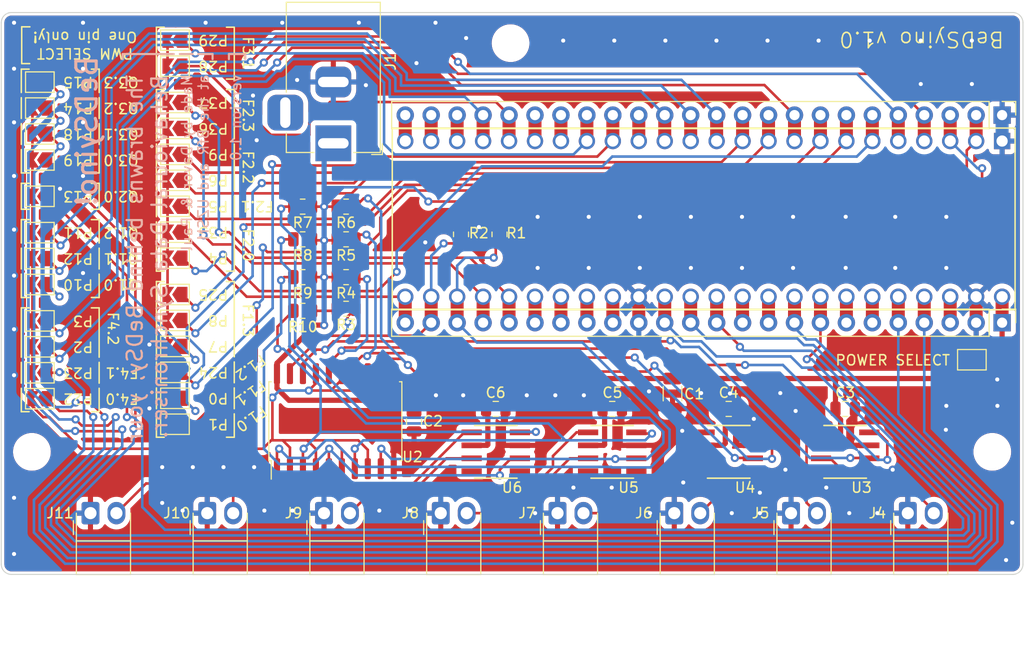
<source format=kicad_pcb>
(kicad_pcb (version 20221018) (generator pcbnew)
  (layers (0 "F.Cu" signal) (31 "B.Cu" signal) (34 "B.Paste" user) (35 "F.Paste" user) (36 "B.SilkS" user "B.Silkscreen") (37 "F.SilkS" user "F.Silkscreen") (38 "B.Mask" user) (39 "F.Mask" user) (44 "Edge.Cuts" user))
  (net 0 "")
  (net 1 "+5V")
  (net 2 "GND")
  (net 3 "/F1.1_P0")
  (net 4 "/F1.0_P1")
  (net 5 "/F4.2_P2")
  (net 6 "/F4.2_P3")
  (net 7 "/F2.0_P4")
  (net 8 "/F2.1_P5")
  (net 9 "/F2.2_P6")
  (net 10 "/F1.3_P7")
  (net 11 "/F1.3_P8")
  (net 12 "/F2.2_P9")
  (net 13 "/Q1.0_P10")
  (net 14 "/Q1.2_P11")
  (net 15 "/Q1.1_P12")
  (net 16 "/Teensy_3V3")
  (net 17 "/F1.2_P24")
  (net 18 "/F1.3_P25")
  (net 19 "/Teensy_P26")
  (net 20 "/Teensy_P27")
  (net 21 "/F3.1_P28")
  (net 22 "/F3.1_P29")
  (net 23 "/Teensy_P30")
  (net 24 "/Teensy_P31")
  (net 25 "/Teensy_P32")
  (net 26 "/F4.1_P23")
  (net 27 "/F4.0_P22")
  (net 28 "/Teensy_P21")
  (net 29 "/Teensy_P20")
  (net 30 "/Q3.0_P19")
  (net 31 "/Q3.1_P18")
  (net 32 "/Teensy_P17")
  (net 33 "/Teensy_P16")
  (net 34 "/Q3.3_P15")
  (net 35 "/Q3.2_P14")
  (net 36 "/Q2.0_P13")
  (net 37 "/Teensy_P41")
  (net 38 "/Teensy_P40")
  (net 39 "/Teensy_P39")
  (net 40 "/Teensy_P38")
  (net 41 "/F2.3_P37")
  (net 42 "/F2.3_P36")
  (net 43 "/241_OEa")
  (net 44 "/241_OEb")
  (net 45 "/F2.0_P33")
  (net 46 "/TC_OUT1")
  (net 47 "/TC_OUT2")
  (net 48 "/TC_OUT3")
  (net 49 "/TC_OUT4")
  (net 50 "/TC_OUT5")
  (net 51 "/TC_OUT6")
  (net 52 "/TC_OUT7")
  (net 53 "/TC_OUT8")
  (net 54 "/PWM_OUT")
  (net 55 "/241_OUT1")
  (net 56 "/241_OUT2")
  (net 57 "/241_OUT3")
  (net 58 "/241_OUT4")
  (net 59 "/241_OUT5")
  (net 60 "/241_OUT6")
  (net 61 "/241_OUT7")
  (net 62 "/241_OUT8")
  (net 71 "/VIN")
  (footprint "SolderJumper-2_P1.3mm_Open_TrianglePad1.0x1.5mm" (layer "F.Cu") (at 66.259 73.478 180)
    (fp_text reference "JP26" hide)
    (fp_text value "Q3.2 P14" hide)
  )
  (footprint "SolderJumper-2_P1.3mm_Bridged2Bar_Pad1.0x1.5mm" (layer "F.Cu") (at 157.484 98.112 180)
    (fp_text reference "JP28")
    (fp_text value "PWR SELECT" hide)
  )
  (footprint "Molex_KK-254_AE-7395-02_1x02_P2.54mm_Horizontal" (layer "F.Cu") (at 116.928284 113.126)
    (fp_text reference "J7")
    (fp_text value "Conn_01x02_Pin" hide)
  )
  (footprint "SOIC8-N_MC_MCH" (layer "F.Cu") (at 145.084 107.126 180)
    (fp_text reference "U3")
    (fp_text value "TC4427AVOA" hide)
  )
  (footprint "SolderJumper-2_P1.3mm_Open_TrianglePad1.0x1.5mm" (layer "F.Cu") (at 79.484 94.266 180)
    (fp_text reference "JP5" hide)
    (fp_text value "F1.3 P8" hide)
  )
  (footprint "Molex_KK-254_AE-7395-02_1x02_P2.54mm_Horizontal" (layer "F.Cu") (at 94.071142 113.126)
    (fp_text reference "J9")
    (fp_text value "Conn_01x02_Pin" hide)
  )
  (footprint "SolderJumper-2_P1.3mm_Open_TrianglePad1.0x1.5mm" (layer "F.Cu") (at 66.259 90.75 180)
    (fp_text reference "JP20" hide)
    (fp_text value "Q1.0 P10" hide)
  )
  (footprint "R_0805_2012Metric" (layer "F.Cu") (at 96.234 93.126)
    (fp_text reference "R3")
    (fp_text value "10k")
  )
  (footprint "R_0805_2012Metric" (layer "F.Cu") (at 91.984 90.026 180)
    (fp_text reference "R9")
    (fp_text value "10k")
  )
  (footprint "Molex_KK-254_AE-7395-02_1x02_P2.54mm_Horizontal" (layer "F.Cu") (at 71.214 113.126)
    (fp_text reference "J11")
    (fp_text value "Conn_01x02_Pin" hide)
  )
  (footprint "Molex_KK-254_AE-7395-02_1x02_P2.54mm_Horizontal" (layer "F.Cu") (at 128.356855 113.126)
    (fp_text reference "J6")
    (fp_text value "Conn_01x02_Pin" hide)
  )
  (footprint "SolderJumper-2_P1.3mm_Open_TrianglePad1.0x1.5mm" (layer "F.Cu") (at 66.259 82.114 180)
    (fp_text reference "JP23" hide)
    (fp_text value "Q2.0 P13" hide)
  )
  (footprint "SolderJumper-2_P1.3mm_Open_TrianglePad1.0x1.5mm" (layer "F.Cu") (at 66.259 101.926 180)
    (fp_text reference "JP16" hide)
    (fp_text value "F4.0 P22" hide)
  )
  (footprint "PinHeader_1x24_P2.54mm_Vertical" (layer "F.Cu") (at 160.444 94.486 -90)
    (fp_text reference "J3" hide)
    (fp_text value "Conn_01x24_Pin" hide)
  )
  (footprint "R_0805_2012Metric" (layer "F.Cu") (at 111.252 85.8385 -90)
    (fp_text reference "R1")
    (fp_text value "10k")
  )
  (footprint "BarrelJack_Horizontal" (layer "F.Cu") (at 94.984 76.926 -90)
    (fp_text reference "J1")
    (fp_text value "Barrel_Jack" hide)
  )
  (footprint "C_0805_2012Metric" (layer "F.Cu") (at 110.884 102.926)
    (fp_text reference "C6")
    (fp_text value "0.1uF")
  )
  (footprint "SolderJumper-2_P1.3mm_Open_TrianglePad1.0x1.5mm" (layer "F.Cu") (at 66.259 88.21 180)
    (fp_text reference "JP21" hide)
    (fp_text value "Q1.1 P12" hide)
  )
  (footprint "SOIC8-N_MC_MCH" (layer "F.Cu") (at 133.684 107.126 180)
    (fp_text reference "U4")
    (fp_text value "TC4427AVOA" hide)
  )
  (footprint "R_0805_2012Metric" (layer "F.Cu") (at 91.984 86.326 180)
    (fp_text reference "R8")
    (fp_text value "10k")
  )
  (footprint "C_0805_2012Metric" (layer "F.Cu") (at 122.284 102.926)
    (fp_text reference "C5")
    (fp_text value "0.1uF")
  )
  (footprint "SolderJumper-2_P1.3mm_Open_TrianglePad1.0x1.5mm" (layer "F.Cu") (at 66.259 85.67 180)
    (fp_text reference "JP22" hide)
    (fp_text value "Q1.2 P11" hide)
  )
  (footprint "C_0805_2012Metric" (layer "F.Cu") (at 102.884 104.176 -90)
    (fp_text reference "C2")
    (fp_text value "0.1uF")
  )
  (footprint "C_1206_3216Metric" (layer "F.Cu") (at 128.184 101.426 -90)
    (fp_text reference "C1")
    (fp_text value "10uF")
  )
  (footprint "Molex_KK-254_AE-7395-02_1x02_P2.54mm_Horizontal" (layer "F.Cu") (at 139.785426 113.126)
    (fp_text reference "J5")
    (fp_text value "Conn_01x02_Pin" hide)
  )
  (footprint "R_0805_2012Metric" (layer "F.Cu") (at 91.984 83.126 180)
    (fp_text reference "R7")
    (fp_text value "10k")
  )
  (footprint "SolderJumper-2_P1.3mm_Open_TrianglePad1.0x1.5mm" (layer "F.Cu") (at 79.484 96.806 180)
    (fp_text reference "JP4" hide)
    (fp_text value "F1.3 P7" hide)
  )
  (footprint "SOIC-20W_7.5x12.8mm_P1.27mm" (layer "F.Cu") (at 95.184 104.126 90)
    (fp_text reference "U2")
    (fp_text value "CD74HCT241M96" hide)
  )
  (footprint "SolderJumper-2_P1.3mm_Open_TrianglePad1.0x1.5mm" (layer "F.Cu") (at 66.259 94.306 180)
    (fp_text reference "JP19" hide)
    (fp_text value "F4.2 P3" hide)
  )
  (footprint "SolderJumper-2_P1.3mm_Open_TrianglePad1.0x1.5mm" (layer "F.Cu") (at 79.484 104.426 180)
    (fp_text reference "JP1" hide)
    (fp_text value "F1.0 P1" hide)
  )
  (footprint "SolderJumper-2_P1.3mm_Open_TrianglePad1.0x1.5mm" (layer "F.Cu") (at 79.484 72.93 180)
    (fp_text reference "JP13" hide)
    (fp_text value "F2.3 P37" hide)
  )
  (footprint "SolderJumper-2_P1.3mm_Open_TrianglePad1.0x1.5mm" (layer "F.Cu") (at 79.484 75.47 180)
    (fp_text reference "JP12" hide)
    (fp_text value "F2.3 P36" hide)
  )
  (footprint "R_0805_2012Metric" (layer "F.Cu") (at 96.234 83.126)
    (fp_text reference "R6")
    (fp_text value "10k")
  )
  (footprint "SolderJumper-2_P1.3mm_Open_TrianglePad1.0x1.5mm" (layer "F.Cu") (at 79.484 101.886 180)
    (fp_text reference "JP2" hide)
    (fp_text value "F1.1 P0" hide)
  )
  (footprint "SolderJumper-2_P1.3mm_Open_TrianglePad1.0x1.5mm" (layer "F.Cu") (at 79.484 83.09 180)
    (fp_text reference "JP9" hide)
    (fp_text value "F2.1 P5" hide)
  )
  (footprint "SolderJumper-2_P1.3mm_Open_TrianglePad1.0x1.5mm" (layer "F.Cu") (at 66.259 96.846 180)
    (fp_text reference "JP18" hide)
    (fp_text value "F4.2 P2" hide)
  )
  (footprint "Molex_KK-254_AE-7395-02_1x02_P2.54mm_Horizontal" (layer "F.Cu") (at 82.642571 113.126)
    (fp_text reference "J10")
    (fp_text value "Conn_01x02_Pin" hide)
  )
  (footprint "SolderJumper-2_P1.3mm_Open_TrianglePad1.0x1.5mm" (layer "F.Cu") (at 66.259 70.938 180)
    (fp_text reference "JP27" hide)
    (fp_text value "Q3.3 P15" hide)
  )
  (footprint "SolderJumper-2_P1.3mm_Open_TrianglePad1.0x1.5mm" (layer "F.Cu") (at 66.259 78.558 180)
    (fp_text reference "JP24" hide)
    (fp_text value "Q3.0 P19" hide)
  )
  (footprint "SolderJumper-2_P1.3mm_Open_TrianglePad1.0x1.5mm" (layer "F.Cu") (at 66.259 76.018 180)
    (fp_text reference "JP25" hide)
    (fp_text value "Q3.1 P18" hide)
  )
  (footprint "C_0805_2012Metric" (layer "F.Cu") (at 145.084 102.926)
    (fp_text reference "C3")
    (fp_text value "0.1uF")
  )
  (footprint "SOIC8-N_MC_MCH" (layer "F.Cu") (at 110.884 107.126 180)
    (fp_text reference "U6")
    (fp_text value "TC4427AVOA" hide)
  )
  (footprint "MountingHole_3.2mm_M3_ISO7380" (layer "F.Cu") (at 112.334 67.126)
    (fp_text reference "REF**" hide)
    (fp_text value "M3 3.2mm" hide)
  )
  (footprint "Molex_KK-254_AE-7395-02_1x02_P2.54mm_Horizontal" (layer "F.Cu") (at 151.214 113.126)
    (fp_text reference "J4")
    (fp_text value "Conn_01x02_Pin" hide)
  )
  (footprint "Teensy41" (layer "F.Cu") (at 131.234 84.326 180)
    (fp_text reference "U1" hide)
    (fp_text value "Teensy4.1" hide)
  )
  (footprint "SolderJumper-2_P1.3mm_Open_TrianglePad1.0x1.5mm" (layer "F.Cu") (at 79.484 85.63 180)
    (fp_text reference "JP8" hide)
    (fp_text value "F2.0 P33" hide)
  )
  (footprint "SolderJumper-2_P1.3mm_Open_TrianglePad1.0x1.5mm" (layer "F.Cu") (at 79.484 78.01 180)
    (fp_text reference "JP11" hide)
    (fp_text value "F2.2 P9" hide)
  )
  (footprint "R_0805_2012Metric" (layer "F.Cu") (at 107.484 85.8385 -90)
    (fp_text reference "R2")
    (fp_text value "10k")
  )
  (footprint "MountingHole_3.2mm_M3_ISO7380" (layer "F.Cu") (at 65.484 107.126)
    (fp_text reference "REF**" hide)
    (fp_text value "M3 3.2mm" hide)
  )
  (footprint "SolderJumper-2_P1.3mm_Open_TrianglePad1.0x1.5mm" (layer "F.Cu") (at 79.484 80.55 180)
    (fp_text reference "JP10" hide)
    (fp_text value "F2.2 P6" hide)
  )
  (footprint "SolderJumper-2_P1.3mm_Open_TrianglePad1.0x1.5mm" (layer "F.Cu") (at 79.484 99.346 180)
    (fp_text reference "JP3" hide)
    (fp_text value "F1.2 P24" hide)
  )
  (footprint "R_0805_2012Metric" (layer "F.Cu") (at 96.234 90.026)
    (fp_text reference "R4")
    (fp_text value "10k")
  )
  (footprint "SolderJumper-2_P1.3mm_Open_TrianglePad1.0x1.5mm" (layer "F.Cu") (at 79.484 91.726 180)
    (fp_text reference "JP6" hide)
    (fp_text value "F1.3 P25" hide)
  )
  (footprint "SolderJumper-2_P1.3mm_Open_TrianglePad1.0x1.5mm" (layer "F.Cu") (at 79.484 66.834 180)
    (fp_text reference "JP15" hide)
    (fp_text value "F3.1 P29" hide)
  )
  (footprint "MountingHole_3.2mm_M3_ISO7380" (layer "F.Cu") (at 159.484 107.126)
    (fp_text reference "REF**" hide)
    (fp_text value "M3 3.2mm" hide)
  )
  (footprint "R_0805_2012Metric" (layer "F.Cu") (at 96.234 86.326)
    (fp_text reference "R5")
    (fp_text value "10k")
  )
  (footprint "SOIC8-N_MC_MCH" (layer "F.Cu") (at 122.284 107.126 180)
    (fp_text reference "U5")
    (fp_text value "TC4427AVOA" hide)
  )
  (footprint "SolderJumper-2_P1.3mm_Open_TrianglePad1.0x1.5mm" (layer "F.Cu") (at 79.484 88.17 180)
    (fp_text reference "JP7" hide)
    (fp_text value "F2.0 P4" hide)
  )
  (footprint "C_0805_2012Metric" (layer "F.Cu") (at 133.684 102.926)
    (fp_text reference "C4")
    (fp_text value "0.1uF")
  )
  (footprint "R_0805_2012Metric" (layer "F.Cu") (at 91.984 93.326 180)
    (fp_text reference "R10")
    (fp_text value "10k")
  )
  (footprint "PinHeader_1x24_P2.54mm_Vertical" (layer "F.Cu") (at 160.444 74.166 -90)
    (fp_text reference "J2" hide)
    (fp_text value "Conn_01x24_Pin" hide)
  )
  (footprint "SolderJumper-2_P1.3mm_Open_TrianglePad1.0x1.5mm" (layer "F.Cu") (at 79.484 69.374 180)
    (fp_text reference "JP14" hide)
    (fp_text value "F3.1 P28" hide)
  )
  (footprint "SolderJumper-2_P1.3mm_Open_TrianglePad1.0x1.5mm" (layer "F.Cu") (at 66.259 99.386 180)
    (fp_text reference "JP17" hide)
    (fp_text value "F4.1 P23" hide)
  )
  (footprint "Molex_KK-254_AE-7395-02_1x02_P2.54mm_Horizontal" (layer "F.Cu") (at 105.499713 113.126)
    (fp_text reference "J8")
    (fp_text value "Conn_01x02_Pin" hide)
  )
  (gr_line (start 84.766 68.19) (end 86.366 68.19) (stroke (width 0.21)) (layer "B.SilkS"))
  (gr_line (start 74.366 68.19) (end 74.366 68.69) (stroke (width 0.21)) (layer "B.SilkS"))
  (gr_line (start 79.966 68.19) (end 83.166 68.19) (stroke (width 0.21)) (layer "B.SilkS"))
  (gr_line (start 86.366 68.19) (end 86.366 68.69) (stroke (width 0.21)) (layer "B.SilkS"))
  (gr_line (start 83.166 68.19) (end 83.166 68.69) (stroke (width 0.21)) (layer "B.SilkS"))
  (gr_line (start 79.366 68.19) (end 74.366 68.19) (stroke (width 0.21)) (layer "B.SilkS"))
  (gr_line (start 84.766 68.69) (end 84.766 68.19) (stroke (width 0.21)) (layer "B.SilkS"))
  (gr_line (start 64.444 98.37) (end 64.444 100.402) (stroke (width 0.15)) (layer "F.SilkS"))
  (gr_line (start 72.064 97.862) (end 72.064 93.036) (stroke (width 0.15)) (layer "F.SilkS"))
  (gr_line (start 72.064 74.494) (end 72.064 72.462) (stroke (width 0.15)) (layer "F.SilkS"))
  (gr_line (start 64.444 103.196) (end 64.444 100.91) (stroke (width 0.15)) (layer "F.SilkS"))
  (gr_line (start 72.064 103.196) (end 72.064 100.91) (stroke (width 0.15)) (layer "F.SilkS"))
  (gr_line (start 85.289 90.456) (end 84.527 90.456) (stroke (width 0.15)) (layer "F.SilkS"))
  (gr_line (start 85.289 90.456) (end 85.289 97.822) (stroke (width 0.15)) (layer "F.SilkS"))
  (gr_line (start 72.064 103.196) (end 71.302 103.196) (stroke (width 0.15)) (layer "F.SilkS"))
  (gr_line (start 85.289 105.696) (end 85.289 103.41) (stroke (width 0.15)) (layer "F.SilkS"))
  (gr_line (start 64.444 74.494) (end 64.444 72.462) (stroke (width 0.15)) (layer "F.SilkS"))
  (gr_line (start 64.444 92.02) (end 64.444 89.734) (stroke (width 0.15)) (layer "F.SilkS"))
  (gr_line (start 65.284 65.526) (end 64.484 65.526) (stroke (width 0.15)) (layer "F.SilkS"))
  (gr_line (start 64.444 79.828) (end 64.444 77.542) (stroke (width 0.15)) (layer "F.SilkS"))
  (gr_line (start 64.444 69.668) (end 65.206 69.668) (stroke (width 0.15)) (layer "F.SilkS"))
  (gr_line (start 72.064 80.844) (end 72.064 83.384) (stroke (width 0.15)) (layer "F.SilkS"))
  (gr_line (start 64.444 84.4) (end 65.206 84.4) (stroke (width 0.15)) (layer "F.SilkS"))
  (gr_line (start 77.669 76.486) (end 77.669 71.66) (stroke (width 0.15)) (layer "F.SilkS"))
  (gr_line (start 77.669 70.644) (end 77.669 65.564) (stroke (width 0.15)) (layer "F.SilkS"))
  (gr_line (start 85.289 65.564) (end 84.527 65.564) (stroke (width 0.15)) (layer "F.SilkS"))
  (gr_line (start 72.064 80.844) (end 71.302 80.844) (stroke (width 0.15)) (layer "F.SilkS"))
  (gr_line (start 64.444 92.02) (end 65.206 92.02) (stroke (width 0.15)) (layer "F.SilkS"))
  (gr_line (start 72.064 92.02) (end 72.064 89.734) (stroke (width 0.15)) (layer "F.SilkS"))
  (gr_line (start 64.444 103.196) (end 65.206 103.196) (stroke (width 0.15)) (layer "F.SilkS"))
  (gr_line (start 77.669 71.66) (end 78.431 71.66) (stroke (width 0.15)) (layer "F.SilkS"))
  (gr_line (start 85.289 71.66) (end 84.527 71.66) (stroke (width 0.15)) (layer "F.SilkS"))
  (gr_line (start 77.669 65.564) (end 78.431 65.564) (stroke (width 0.15)) (layer "F.SilkS"))
  (gr_line (start 72.064 84.4) (end 71.302 84.4) (stroke (width 0.15)) (layer "F.SilkS"))
  (gr_line (start 65.2665 69.126) (end 64.5015 69.126) (stroke (width 0.15)) (layer "F.SilkS"))
  (gr_line (start 77.669 100.87) (end 77.669 102.902) (stroke (width 0.15)) (layer "F.SilkS"))
  (gr_line (start 64.444 80.844) (end 65.206 80.844) (stroke (width 0.15)) (layer "F.SilkS"))
  (gr_line (start 64.444 84.4) (end 64.444 86.686) (stroke (width 0.15)) (layer "F.SilkS"))
  (gr_line (start 77.669 76.994) (end 77.669 81.566) (stroke (width 0.15)) (layer "F.SilkS"))
  (gr_line (start 72.064 69.668) (end 71.302 69.668) (stroke (width 0.15)) (layer "F.SilkS"))
  (gr_line (start 85.289 70.644) (end 85.289 65.564) (stroke (width 0.15)) (layer "F.SilkS"))
  (gr_line (start 77.669 90.456) (end 77.669 97.822) (stroke (width 0.15)) (layer "F.SilkS"))
  (gr_line (start 77.669 100.362) (end 77.669 98.33) (stroke (width 0.15)) (layer "F.SilkS"))
  (gr_line (start 64.444 89.226) (end 64.444 87.194) (stroke (width 0.15)) (layer "F.SilkS"))
  (gr_line (start 72.064 92.02) (end 71.302 92.02) (stroke (width 0.15)) (layer "F.SilkS"))
  (gr_line (start 72.064 69.668) (end 72.064 71.954) (stroke (width 0.15)) (layer "F.SilkS"))
  (gr_line (start 64.444 77.034) (end 64.444 75.002) (stroke (width 0.15)) (layer "F.SilkS"))
  (gr_line (start 85.289 105.696) (end 84.527 105.696) (stroke (width 0.15)) (layer "F.SilkS"))
  (gr_line (start 64.444 97.862) (end 64.444 93.036) (stroke (width 0.15)) (layer "F.SilkS"))
  (gr_line (start 77.669 89.44) (end 78.431 89.44) (stroke (width 0.15)) (layer "F.SilkS"))
  (gr_line (start 72.064 89.226) (end 72.064 87.194) (stroke (width 0.15)) (layer "F.SilkS"))
  (gr_line (start 64.444 79.828) (end 65.206 79.828) (stroke (width 0.15)) (layer "F.SilkS"))
  (gr_line (start 85.289 89.44) (end 84.527 89.44) (stroke (width 0.15)) (layer "F.SilkS"))
  (gr_line (start 72.064 98.37) (end 72.064 100.402) (stroke (width 0.15)) (layer "F.SilkS"))
  (gr_line (start 77.669 70.644) (end 78.431 70.644) (stroke (width 0.15)) (layer "F.SilkS"))
  (gr_line (start 77.669 89.44) (end 77.669 84.614) (stroke (width 0.15)) (layer "F.SilkS"))
  (gr_line (start 72.064 84.4) (end 72.064 86.686) (stroke (width 0.15)) (layer "F.SilkS"))
  (gr_line (start 72.064 93.036) (end 71.302 93.036) (stroke (width 0.15)) (layer "F.SilkS"))
  (gr_line (start 85.289 76.486) (end 85.289 71.66) (stroke (width 0.15)) (layer "F.SilkS"))
  (gr_line (start 77.669 90.456) (end 78.431 90.456) (stroke (width 0.15)) (layer "F.SilkS"))
  (gr_line (start 64.444 80.844) (end 64.444 83.384) (stroke (width 0.15)) (layer "F.SilkS"))
  (gr_line (start 72.064 79.828) (end 72.064 77.542) (stroke (width 0.15)) (layer "F.SilkS"))
  (gr_line (start 77.669 84.106) (end 77.669 82.074) (stroke (width 0.15)) (layer "F.SilkS"))
  (gr_line (start 72.064 79.828) (end 71.302 79.828) (stroke (width 0.15)) (layer "F.SilkS"))
  (gr_line (start 85.289 100.87) (end 85.289 102.902) (stroke (width 0.15)) (layer "F.SilkS"))
  (gr_line (start 64.484 65.526) (end 64.484 69.126) (stroke (width 0.15)) (layer "F.SilkS"))
  (gr_line (start 85.289 89.44) (end 85.289 84.614) (stroke (width 0.15)) (layer "F.SilkS"))
  (gr_line (start 85.289 84.106) (end 85.289 82.074) (stroke (width 0.15)) (layer "F.SilkS"))
  (gr_line (start 64.444 93.036) (end 65.206 93.036) (stroke (width 0.15)) (layer "F.SilkS"))
  (gr_line (start 77.669 105.696) (end 77.669 103.41) (stroke (width 0.15)) (layer "F.SilkS"))
  (gr_line (start 72.064 83.384) (end 71.302 83.384) (stroke (width 0.15)) (layer "F.SilkS"))
  (gr_line (start 64.444 83.384) (end 65.206 83.384) (stroke (width 0.15)) (layer "F.SilkS"))
  (gr_line (start 85.289 70.644) (end 84.527 70.644) (stroke (width 0.15)) (layer "F.SilkS"))
  (gr_line (start 85.289 76.994) (end 85.289 81.566) (stroke (width 0.15)) (layer "F.SilkS"))
  (gr_line (start 85.289 100.362) (end 85.289 98.33) (stroke (width 0.15)) (layer "F.SilkS"))
  (gr_line (start 64.444 69.668) (end 64.444 71.954) (stroke (width 0.15)) (layer "F.SilkS"))
  (gr_line (start 72.064 77.034) (end 72.064 75.002) (stroke (width 0.15)) (layer "F.SilkS"))
  (gr_line (start 77.669 105.696) (end 78.431 105.696) (stroke (width 0.15)) (layer "F.SilkS"))
  (gr_line (start 62.484 118.126) (end 62.484 65.126) (stroke (width 0.1)) (layer "Edge.Cuts"))
  (gr_line (start 161.484 119.126) (end 63.484 119.126) (stroke (width 0.1)) (layer "Edge.Cuts"))
  (gr_line (start 63.484 64.126) (end 161.484 64.126) (stroke (width 0.1)) (layer "Edge.Cuts"))
  (gr_arc (start 161.484 64.126) (mid 162.191107 64.418893) (end 162.484 65.126) (stroke (width 0.1)) (layer "Edge.Cuts"))
  (gr_arc (start 62.484 65.126) (mid 62.776893 64.418893) (end 63.484 64.126) (stroke (width 0.1)) (layer "Edge.Cuts"))
  (gr_arc (start 63.484 119.126) (mid 62.776893 118.833107) (end 62.484 118.126) (stroke (width 0.1)) (layer "Edge.Cuts"))
  (gr_arc (start 162.484 118.126) (mid 162.191107 118.833107) (end 161.484 119.126) (stroke (width 0.1)) (layer "Edge.Cuts"))
  (gr_line (start 162.484 65.126) (end 162.484 118.126) (stroke (width 0.1)) (layer "Edge.Cuts"))
  (gr_text "The brawns behind BeDSy, your\nBehavioural Data Synchroniser." (at 76.766 70.09 90) (layer "B.SilkS") (effects (font (size 1.5 1.5) (thickness 0.21)) (justify left mirror)))
  (gr_text "BeDSyino!" (at 70.866 68.19 90) (layer "B.SilkS") (effects (font (size 2 2) (thickness 0.3)) (justify left mirror)))
  (gr_text "version 1.0" (at 85.466 70.09 90) (layer "B.SilkS") (effects (font (size 1 1)) (justify left mirror)))
  (gr_text "Made by Davor & Paul\nat the BfR and UZSM" (at 81.466 70.09 90) (layer "B.SilkS") (effects (font (size 1 1)) (justify left mirror)))
  (gr_text "P1" (at 84.781 104.426 180) (layer "F.SilkS") (effects (font (size 1 1)) (justify left)))
  (gr_text "F4.2" (at 72.826 95.068 -90) (layer "F.SilkS") (effects (font (size 1 1)) (justify bottom)))
  (gr_text "F2.3" (at 86.051 74.2 -90) (layer "F.SilkS") (effects (font (size 1 1)) (justify bottom)))
  (gr_text "P23" (at 71.556 99.386 180) (layer "F.SilkS") (effects (font (size 1 1)) (justify left)))
  (gr_text "BeDSyino v1.0" (at 160.734 65.876 180) (layer "F.SilkS") (effects (font (size 1.5 1.5)) (justify left bottom)))
  (gr_text "Q3.0" (at 72.389024 78.558 180) (layer "F.SilkS") (effects (font (size 1 1)) (justify right)))
  (gr_text "P3" (at 71.556 94.306 180) (layer "F.SilkS") (effects (font (size 1 1)) (justify left)))
  (gr_text "Q3.3" (at 72.389024 70.938 180) (layer "F.SilkS") (effects (font (size 1 1)) (justify right)))
  (gr_text "P19" (at 71.556 78.558 180) (layer "F.SilkS") (effects (font (size 1 1)) (justify left)))
  (gr_text "Q3.2" (at 72.389024 73.478 180) (layer "F.SilkS") (effects (font (size 1 1)) (justify right)))
  (gr_text "F1.2" (at 85.484 99.876 215) (layer "F.SilkS") (effects (font (size 1 1)) (justify right)))
  (gr_text "P5" (at 84.781 83.09 180) (layer "F.SilkS") (effects (font (size 1 1)) (justify left)))
  (gr_text "P37" (at 84.781 72.93 180) (layer "F.SilkS") (effects (font (size 1 1)) (justify left)))
  (gr_text "P25" (at 84.781 91.726 180) (layer "F.SilkS") (effects (font (size 1 1)) (justify left)))
  (gr_text "P28" (at 84.781 69.374 180) (layer "F.SilkS") (effects (font (size 1 1)) (justify left)))
  (gr_text "F4.0" (at 72.5795 101.926 180) (layer "F.SilkS") (effects (font (size 1 1)) (justify right)))
  (gr_text "F3.1" (at 86.051 68.104 -90) (layer "F.SilkS") (effects (font (size 1 1)) (justify bottom)))
  (gr_text "Q3.1" (at 72.389024 76.018 180) (layer "F.SilkS") (effects (font (size 1 1)) (justify right)))
  (gr_text "P14" (at 71.556 73.478 180) (layer "F.SilkS") (effects (font (size 1 1)) (justify left)))
  (gr_text "P24" (at 84.781 99.346 180) (layer "F.SilkS") (effects (font (size 1 1)) (justify left)))
  (gr_text "P33" (at 84.781 85.63 180) (layer "F.SilkS") (effects (font (size 1 1)) (justify left)))
  (gr_text "P9" (at 84.781 78.01 180) (layer "F.SilkS") (effects (font (size 1 1)) (justify left)))
  (gr_text "Q1.2" (at 72.389024 85.67 180) (layer "F.SilkS") (effects (font (size 1 1)) (justify right)))
  (gr_text "F1.3" (at 86.051 94.266 -90) (layer "F.SilkS") (effects (font (size 1 1)) (justify bottom)))
  (gr_text "P11" (at 71.556 85.67 180) (layer "F.SilkS") (effects (font (size 1 1)) (justify left)))
  (gr_text "P6" (at 84.781 80.55 180) (layer "F.SilkS") (effects (font (size 1 1)) (justify left)))
  (gr_text "P15" (at 71.556 70.938 180) (layer "F.SilkS") (effects (font (size 1 1)) (justify left)))
  (gr_text "Q1.0" (at 72.389024 90.75 180) (layer "F.SilkS") (effects (font (size 1 1)) (justify right)))
  (gr_text "Q1.1" (at 72.389024 88.21 180) (layer "F.SilkS") (effects (font (size 1 1)) (justify right)))
  (gr_text "F1.1" (at 85.484 102.376 215) (layer "F.SilkS") (effects (font (size 1 1)) (justify right)))
  (gr_text "P22" (at 71.556 101.926 180) (layer "F.SilkS") (effects (font (size 1 1)) (justify left)))
  (gr_text "POWER SELECT" (at 155.434 98.162) (layer "F.SilkS") (effects (font (size 1 1) (thickness 0.15) bold) (justify right)))
  (gr_text "Q2.0" (at 72.389024 82.114 180) (layer "F.SilkS") (effects (font (size 1 1)) (justify right)))
  (gr_text "P4" (at 84.781 88.17 180) (layer "F.SilkS") (effects (font (size 1 1)) (justify left)))
  (gr_text "P18" (at 71.556 76.018 180) (layer "F.SilkS") (effects (font (size 1 1)) (justify left)))
  (gr_text "P36" (at 84.781 75.47 180) (layer "F.SilkS") (effects (font (size 1 1)) (justify left)))
  (gr_text "P13" (at 71.556 82.114 180) (layer "F.SilkS") (effects (font (size 1 1)) (justify left)))
  (gr_text "F1.0" (at 85.5545 104.876 215) (layer "F.SilkS") (effects (font (size 1 1)) (justify right)))
  (gr_text "F2.0" (at 86.051 86.9 -90) (layer "F.SilkS") (effects (font (size 1 1)) (justify bottom)))
  (gr_text "PWM SELECT\nOne pin only!" (at 70.676501 67.326 180) (layer "F.SilkS") (effects (font (size 1 1))))
  (gr_text "P8" (at 84.781 94.266 180) (layer "F.SilkS") (effects (font (size 1 1)) (justify left)))
  (gr_text "P10" (at 71.556 90.75 180) (layer "F.SilkS") (effects (font (size 1 1)) (justify left)))
  (gr_text "F4.1" (at 72.5795 99.386 180) (layer "F.SilkS") (effects (font (size 1 1)) (justify right)))
  (gr_text "F2.1" (at 85.8045 83.09 180) (layer "F.SilkS") (effects (font (size 1 1)) (justify right)))
  (gr_text "P29" (at 84.781 66.834 180) (layer "F.SilkS") (effects (font (size 1 1)) (justify left)))
  (gr_text "P12" (at 71.556 88.21 180) (layer "F.SilkS") (effects (font (size 1 1)) (justify left)))
  (gr_text "P0" (at 84.781 101.886 180) (layer "F.SilkS") (effects (font (size 1 1)) (justify left)))
  (gr_text "F2.2" (at 86.051 79.28 -90) (layer "F.SilkS") (effects (font (size 1 1)) (justify bottom)))
  (gr_text "P2" (at 71.556 96.846 180) (layer "F.SilkS") (effects (font (size 1 1)) (justify left)))
  (gr_text "P7" (at 84.781 96.806 180) (layer "F.SilkS") (effects (font (size 1 1)) (justify left)))
  (segment (start 90.638 102.08) (end 89.469 100.911) (width 0.508) (layer "F.Cu") (net 1))
  (segment (start 94.084 86.426) (end 95.2215 86.426) (width 0.254) (layer "F.Cu") (net 1))
  (segment (start 89.469 100.911) (end 89.469 99.476) (width 0.508) (layer "F.Cu") (net 1))
  (segment (start 121.334 102.926) (end 121.334 100.101) (width 0.508) (layer "F.Cu") (net 1))
  (segment (start 109.934 102.926) (end 109.934 100.001) (width 0.508) (layer "F.Cu") (net 1))
  (segment (start 121.184 99.951) (end 109.984 99.951) (width 0.508) (layer "F.Cu") (net 1))
  (segment (start 133.35 104.131) (end 133.35 106.29) (width 0.508) (layer "F.Cu") (net 1))
  (segment (start 121.539 103.131) (end 121.539 106.417) (width 0.508) (layer "F.Cu") (net 1))
  (segment (start 121.539 106.417) (end 121.465 106.491) (width 0.508) (layer "F.Cu") (net 1))
  (segment (start 102.909 99.951) (end 102.884 99.976) (width 0.508) (layer "F.Cu") (net 1))
  (segment (start 132.734 100.001) (end 132.684 99.951) (width 0.508) (layer "F.Cu") (net 1))
  (segment (start 94.084 94.726) (end 93.194001 94.726) (width 0.508) (layer "F.Cu") (net 1))
  (segment (start 121.334 100.101) (end 121.184 99.951) (width 0.508) (layer "F.Cu") (net 1))
  (segment (start 92.9465 86.426) (end 92.8965 86.376) (width 0.508) (layer "F.Cu") (net 1))
  (segment (start 94.184 93.326) (end 95.1215 93.326) (width 0.254) (layer "F.Cu") (net 1))
  (segment (start 144.184 99.951) (end 132.684 99.951) (width 0.508) (layer "F.Cu") (net 1))
  (segment (start 144.134 102.926) (end 144.134 103.485) (width 0.508) (layer "F.Cu") (net 1))
  (segment (start 144.134 103.485) (end 144.633938 103.984938) (width 0.508) (layer "F.Cu") (net 1))
  (segment (start 144.134 102.926) (end 144.134 100.001) (width 0.508) (layer "F.Cu") (net 1))
  (segment (start 121.465 106.491) (end 119.9218 106.491) (width 0.508) (layer "F.Cu") (net 1))
  (segment (start 109.984 99.951) (end 102.909 99.951) (width 0.508) (layer "F.Cu") (net 1))
  (segment (start 144.134 100.001) (end 144.184 99.951) (width 0.508) (layer "F.Cu") (net 1))
  (segment (start 94.084 90.026) (end 95.3215 90.026) (width 0.254) (layer "F.Cu") (net 1))
  (segment (start 144.633938 106.436062) (end 144.579 106.491) (width 0.508) (layer "F.Cu") (net 1))
  (segment (start 132.734 102.926) (end 132.734 103.515) (width 0.508) (layer "F.Cu") (net 1))
  (segment (start 132.734 103.515) (end 133.35 104.131) (width 0.508) (layer "F.Cu") (net 1))
  (segment (start 133.35 106.29) (end 133.149 106.491) (width 0.508) (layer "F.Cu") (net 1))
  (segment (start 144.633938 103.984938) (end 144.633938 106.436062) (width 0.508) (layer "F.Cu") (net 1))
  (segment (start 132.734 102.926) (end 132.734 100.001) (width 0.508) (layer "F.Cu") (net 1))
  (segment (start 95.3215 93.126) (end 95.3215 93.3655) (width 0.254) (layer "F.Cu") (net 1))
  (segment (start 144.579 106.491) (end 142.7218 106.491) (width 0.508) (layer "F.Cu") (net 1))
  (segment (start 92.9965 86.426) (end 92.8965 86.326) (width 0.254) (layer "F.Cu") (net 1))
  (segment (start 95.1215 93.326) (end 95.3215 93.126) (width 0.254) (layer "F.Cu") (net 1))
  (segment (start 94.084 83.126) (end 95.3215 83.126) (width 0.254) (layer "F.Cu") (net 1))
  (segment (start 156.834 98.112) (end 154.995 99.951) (width 0.508) (layer "F.Cu") (net 1))
  (segment (start 94.084 94.726) (end 94.184 94.626) (width 0.254) (layer "F.Cu") (net 1))
  (segment (start 109.934 100.001) (end 109.984 99.951) (width 0.508) (layer "F.Cu") (net 1))
  (segment (start 102.984 103.126) (end 102.884 103.226) (width 0.508) (layer "F.Cu") (net 1))
  (segment (start 89.469 98.451001) (end 89.469 99.476) (width 0.508) (layer "F.Cu") (net 1))
  (segment (start 110.035 106.491) (end 108.5218 106.491) (width 0.508) (layer "F.Cu") (net 1))
  (segment (start 108.584 82.626) (end 110.884 84.926) (width 0.254) (layer "F.Cu") (net 1))
  (segment (start 132.684 99.951) (end 125.484 99.951) (width 0.508) (layer "F.Cu") (net 1))
  (segment (start 102.884 99.976) (end 100.78 102.08) (width 0.508) (layer "F.Cu") (net 1))
  (segment (start 109.934 102.926) (end 110.109 103.101) (width 0.508) (layer "F.Cu") (net 1))
  (segment (start 121.334 102.926) (end 121.539 103.131) (width 0.508) (layer "F.Cu") (net 1))
  (segment (start 94.084 94.726) (end 93.896 94.726) (width 0.508) (layer "F.Cu") (net 1))
  (segment (start 110.109 103.101) (end 110.109 106.417) (width 0.508) (layer "F.Cu") (net 1))
  (segment (start 94.084 86.426) (end 92.9965 86.426) (width 0.254) (layer "F.Cu") (net 1))
  (segment (start 93.194001 94.726) (end 89.469 98.451001) (width 0.508) (layer "F.Cu") (net 1))
  (segment (start 110.109 106.417) (end 110.035 106.491) (width 0.508) (layer "F.Cu") (net 1))
  (segment (start 154.995 99.951) (end 144.184 99.951) (width 0.508) (layer "F.Cu") (net 1))
  (segment (start 94.084 90.026) (end 92.8965 90.026) (width 0.254) (layer "F.Cu") (net 1))
  (segment (start 95.2215 86.426) (end 95.3215 86.326) (width 0.254) (layer "F.Cu") (net 1))
  (segment (start 92.8965 93.326) (end 94.184 93.326) (width 0.254) (layer "F.Cu") (net 1))
  (segment (start 104.284 82.626) (end 108.584 82.626) (width 0.254) (layer "F.Cu") (net 1))
  (segment (start 125.484 99.951) (end 121.184 99.951) (width 0.508) (layer "F.Cu") (net 1))
  (segment (start 100.78 102.08) (end 90.638 102.08) (width 0.508) (layer "F.Cu") (net 1))
  (segment (start 102.884 99.976) (end 102.884 103.226) (width 0.508) (layer "F.Cu") (net 1))
  (segment (start 94.084 83.126) (end 92.8965 83.126) (width 0.254) (layer "F.Cu") (net 1))
  (segment (start 133.149 106.491) (end 131.3218 106.491) (width 0.508) (layer "F.Cu") (net 1))
  (segment (start 94.184 94.626) (end 94.184 93.326) (width 0.254) (layer "F.Cu") (net 1))
  (via (at 104.284 82.626) (size 0.8) (drill 0.4) (layers "F.Cu" "B.Cu") (net 1))
  (via (at 94.084 90.026) (size 0.8) (drill 0.4) (layers "F.Cu" "B.Cu") (net 1))
  (via (at 94.084 86.426) (size 0.8) (drill 0.4) (layers "F.Cu" "B.Cu") (net 1))
  (via (at 94.084 94.726) (size 0.8) (drill 0.4) (layers "F.Cu" "B.Cu") (net 1))
  (via (at 94.084 83.126) (size 0.8) (drill 0.4) (layers "F.Cu" "B.Cu") (net 1))
  (segment (start 94.084 90.026) (end 94.084 86.426) (width 0.508) (layer "B.Cu") (net 1))
  (segment (start 94.084 86.426) (end 94.084 83.126) (width 0.508) (layer "B.Cu") (net 1))
  (segment (start 94.084 94.726) (end 94.084 90.026) (width 0.508) (layer "B.Cu") (net 1))
  (segment (start 94.084 77.826) (end 94.984 76.926) (width 0.508) (layer "B.Cu") (net 1))
  (segment (start 94.184 86.326) (end 94.084 86.426) (width 0.508) (layer "B.Cu") (net 1))
  (segment (start 102.884 81.226) (end 104.284 82.626) (width 0.254) (layer "B.Cu") (net 1))
  (segment (start 94.084 83.126) (end 94.084 77.826) (width 0.508) (layer "B.Cu") (net 1))
  (segment (start 94.084 83.126) (end 95.984 81.226) (width 0.254) (layer "B.Cu") (net 1))
  (segment (start 95.984 81.226) (end 102.884 81.226) (width 0.254) (layer "B.Cu") (net 1))
  (segment (start 109.365737 86.955887) (end 109.365737 88.344263) (width 0.254) (layer "F.Cu") (net 2))
  (segment (start 111.247474 90.226) (end 123.164 90.226) (width 0.254) (layer "F.Cu") (net 2))
  (segment (start 111.633 106.417) (end 111.707 106.491) (width 0.508) (layer "F.Cu") (net 2))
  (segment (start 123.063 106.417) (end 123.063 103.097) (width 0.508) (layer "F.Cu") (net 2))
  (segment (start 147.4462 106.491) (end 145.489 106.491) (width 0.508) (layer "F.Cu") (net 2))
  (segment (start 111.834 102.926) (end 111.633 103.127) (width 0.508) (layer "F.Cu") (net 2))
  (segment (start 136.0462 106.491) (end 134.5476 106.491) (width 0.508) (layer "F.Cu") (net 2))
  (segment (start 123.063 103.097) (end 123.234 102.926) (width 0.508) (layer "F.Cu") (net 2))
  (segment (start 111.633 103.127) (end 111.633 106.417) (width 0.508) (layer "F.Cu") (net 2))
  (segment (start 107.484 85.07415) (end 109.365737 86.955887) (width 0.254) (layer "F.Cu") (net 2))
  (segment (start 109.365737 88.344263) (end 111.247474 90.226) (width 0.254) (layer "F.Cu") (net 2))
  (segment (start 134.493 106.4364) (end 134.493 103.067) (width 0.508) (layer "F.Cu") (net 2))
  (segment (start 107.484 84.926) (end 107.484 85.07415) (width 0.254) (layer "F.Cu") (net 2))
  (segment (start 134.493 103.067) (end 134.634 102.926) (width 0.508) (layer "F.Cu") (net 2))
  (segment (start 146.034 103.512) (end 146.034 102.926) (width 0.508) (layer "F.Cu") (net 2))
  (segment (start 124.884 94.486) (end 124.884 91.946) (width 1.27) (layer "F.Cu") (net 2))
  (segment (start 145.441938 106.443938) (end 145.441938 104.104062) (width 0.508) (layer "F.Cu") (net 2))
  (segment (start 123.164 90.226) (end 124.884 91.946) (width 0.254) (layer "F.Cu") (net 2))
  (segment (start 123.137 106.491) (end 123.063 106.417) (width 0.508) (layer "F.Cu") (net 2))
  (segment (start 134.5476 106.491) (end 134.493 106.4364) (width 0.508) (layer "F.Cu") (net 2))
  (segment (start 111.707 106.491) (end 113.2462 106.491) (width 0.508) (layer "F.Cu") (net 2))
  (segment (start 145.441938 104.104062) (end 146.034 103.512) (width 0.508) (layer "F.Cu") (net 2))
  (segment (start 124.6462 106.491) (end 123.137 106.491) (width 0.508) (layer "F.Cu") (net 2))
  (segment (start 145.489 106.491) (end 145.441938 106.443938) (width 0.508) (layer "F.Cu") (net 2))
  (segment (start 157.904 94.486) (end 157.904 91.946) (width 1.27) (layer "F.Cu") (net 2))
  (via (at 70.484 69.626) (size 0.8) (drill 0.4) (layers "F.Cu" "B.Cu") (net 2))
  (via (at 63.734 74.876) (size 0.8) (drill 0.4) (layers "F.Cu" "B.Cu") (net 2))
  (via (at 152.484 66.876) (size 0.8) (drill 0.4) (layers "F.Cu" "B.Cu") (net 2))
  (via (at 154.94 104.9692) (size 0.8) (drill 0.4) (layers "F.Cu" "B.Cu") (net 2))
  (via (at 70.484 74.876) (size 0.8) (drill 0.4) (layers "F.Cu" "B.Cu") (net 2))
  (via (at 102.484 112.876) (size 0.8) (drill 0.4) (layers "F.Cu" "B.Cu") (net 2))
  (via (at 70.484 80.126) (size 0.8) (drill 0.4) (layers "F.Cu" "B.Cu") (net 2))
  (via (at 81.234 108.626) (size 0.8) (drill 0.4) (layers "F.Cu" "B.Cu") (net 2))
  (via (at 70.484 89.626) (size 0.8) (drill 0.4) (layers "F.Cu" "B.Cu") (net 2))
  (via (at 142.484 66.876) (size 0.8) (drill 0.4) (layers "F.Cu" "B.Cu") (net 2))
  (via (at 87.484 76.626) (size 0.8) (drill 0.4) (layers "F.Cu" "B.Cu") (net 2))
  (via (at 63.734 99.626) (size 0.8) (drill 0.4) (layers "F.Cu" "B.Cu") (net 2))
  (via (at 63.734 95.126) (size 0.8) (drill 0.4) (layers "F.Cu" "B.Cu") (net 2))
  (via (at 145.484 113.126) (size 0.8) (drill 0.4) (layers "F.Cu" "B.Cu") (net 2))
  (via (at 124.984 84.126) (size 0.8) (drill 0.4) (layers "F.Cu" "B.Cu") (net 2))
  (via (at 148.234 113.126) (size 0.8) (drill 0.4) (layers "F.Cu" "B.Cu") (net 2))
  (via (at 139.984 89.126) (size 0.8) (drill 0.4) (layers "F.Cu" "B.Cu") (net 2))
  (via (at 98.171 71.238) (size 0.8) (drill 0.4) (layers "F.Cu" "B.Cu") (net 2))
  (via (at 129.984 89.126) (size 0.8) (drill 0.4) (layers "F.Cu" "B.Cu") (net 2))
  (via (at 63.734 111.626) (size 0.8) (drill 0.4) (layers "F.Cu" "B.Cu") (net 2))
  (via (at 119.984 84.126) (size 0.8) (drill 0.4) (layers "F.Cu" "B.Cu") (net 2))
  (via (at 90.984 112.876) (size 0.8) (drill 0.4) (layers "F.Cu" "B.Cu") (net 2))
  (via (at 78.234 108.626) (size 0.8) (drill 0.4) (layers "F.Cu" "B.Cu") (net 2))
  (via (at 159.9692 100.0416) (size 0.8) (drill 0.4) (layers "F.Cu" "B.Cu") (net 2))
  (via (at 125.984 113.126) (size 0.8) (drill 0.4) (layers "F.Cu" "B.Cu") (net 2))
  (via (at 161.4424 114.0624) (size 0.8) (drill 0.4) (layers "F.Cu" "B.Cu") (net 2))
  (via (at 138.734 101.376) (size 0.8) (drill 0.4) (layers "F.Cu" "B.Cu") (net 2))
  (via (at 147.484 66.876) (size 0.8) (drill 0.4) (layers "F.Cu" "B.Cu") (net 2))
  (via (at 152.484 71.126) (size 0.8) (drill 0.4) (layers "F.Cu" "B.Cu") (net 2))
  (via (at 118.484 110.626) (size 0.8) (drill 0.4) (layers "F.Cu" "B.Cu") (net 2))
  (via (at 63.734 85.376) (size 0.8) (drill 0.4) (layers "F.Cu" "B.Cu") (net 2))
  (via (at 87.234 108.626) (size 0.8) (drill 0.4) (layers "F.Cu" "B.Cu") (net 2))
  (via (at 136.734 111.126) (size 0.8) (drill 0.4) (layers "F.Cu" "B.Cu") (net 2))
  (via (at 149.734 108.876) (size 0.8) (drill 0.4) (layers "F.Cu" "B.Cu") (net 2))
  (via (at 136.734 113.126) (size 0.8) (drill 0.4) (layers "F.Cu" "B.Cu") (net 2))
  (via (at 70.484 65.126) (size 0.8) (drill 0.4) (layers "F.Cu" "B.Cu") (net 2))
  (via (at 99.484 112.876) (size 0.8) (drill 0.4) (layers "F.Cu" "B.Cu") (net 2))
  (via (at 160.8328 117.72) (size 0.8) (drill 0.4) (layers "F.Cu" "B.Cu") (net 2))
  (via (at 114.984 89.126) (size 0.8) (drill 0.4) (layers "F.Cu" "B.Cu") (net 2))
  (via (at 76.984 102.876) (size 0.8) (drill 0.4) (layers "F.Cu" "B.Cu") (net 2))
  (via (at 63.734 117.126) (size 0.8) (drill 0.4) (layers "F.Cu" "B.Cu") (net 2))
  (via (at 124.984 89.126) (size 0.8) (drill 0.4) (layers "F.Cu" "B.Cu") (net 2))
  (via (at 130.984 101.376) (size 0.8) (drill 0.4) (layers "F.Cu" "B.Cu") (net 2))
  (via (at 63.734 69.626) (size 0.8) (drill 0.4) (layers "F.Cu" "B.Cu") (net 2))
  (via (at 103.124 69.079) (size 0.8) (drill 0.4) (layers "F.Cu" "B.Cu") (net 2))
  (via (at 116.713 101.591) (size 0.8) (drill 0.4) (layers "F.Cu" "B.Cu") (net 2))
  (via (at 84.234 108.626) (size 0.8) (drill 0.4) (layers "F.Cu" "B.Cu") (net 2))
  (via (at 107.984 66.626) (size 0.8) (drill 0.4) (layers "F.Cu" "B.Cu") (net 2))
  (via (at 154.984 84.126) (size 0.8) (drill 0.4) (layers "F.Cu" "B.Cu") (net 2))
  (via (at 87.122 72.254) (size 0.8) (drill 0.4) (layers "F.Cu" "B.Cu") (net 2))
  (via (at 159.984 102.626) (size 0.8) (drill 0.4) (layers "F.Cu" "B.Cu") (net 2))
  (via (at 68.234 81.376) (size 0.8) (drill 0.4) (layers "F.Cu" "B.Cu") (net 2))
  (via (at 157.484 66.876) (size 0.8) (drill 0.4) (layers "F.Cu" "B.Cu") (net 2))
  (via (at 104.984 65.126) (size 0.8) (drill 0.4) (layers "F.Cu" "B.Cu") (net 2))
  (via (at 119.984 89.126) (size 0.8) (drill 0.4) (layers "F.Cu" "B.Cu") (net 2))
  (via (at 78.234 112.126) (size 0.8) (drill 0.4) (layers "F.Cu" "B.Cu") (net 2))
  (via (at 137.484 66.876) (size 0.8) (drill 0.4) (layers "F.Cu" "B.Cu") (net 2))
  (via (at 134.984 84.126) (size 0.8) (drill 0.4) (layers "F.Cu" "B.Cu") (net 2))
  (via (at 122.484 66.876) (size 0.8) (drill 0.4) (layers "F.Cu" "B.Cu") (net 2))
  (via (at 145.1356 89.1196) (size 0.8) (drill 0.4) (layers "F.Cu" "B.Cu") (net 2))
  (via (at 80.234 112.876) (size 0.8) (drill 0.4) (layers "F.Cu" "B.Cu") (net 2))
  (via (at 133.8072 101.4132) (size 0.8) (drill 0.4) (layers "F.Cu" "B.Cu") (net 2))
  (via (at 129.984 84.126) (size 0.8) (drill 0.4) (layers "F.Cu" "B.Cu") (net 2))
  (via (at 88.234 112.876) (size 0.8) (drill 0.4) (layers "F.Cu" "B.Cu") (net 2))
  (via (at 122.234 110.626) (size 0.8) (drill 0.4) (layers "F.Cu" "B.Cu") (net 2))
  (via (at 140.234 103.126) (size 0.8) (drill 0.4) (layers "F.Cu" "B.Cu") (net 2))
  (via (at 76.984 96.626) (size 0.8) (drill 0.4) (layers "F.Cu" "B.Cu") (net 2))
  (via (at 63.734 89.876) (size 0.8) (drill 0.4) (layers "F.Cu" "B.Cu") (net 2))
  (via (at 103.984 86.626) (size 0.8) (drill 0.4) (layers "F.Cu" "B.Cu") (net 2))
  (via (at 107.696 101.591) (size 0.8) (drill 0.4) (layers "F.Cu" "B.Cu") (net 2))
  (via (at 119.507 101.591) (size 0.8) (drill 0.4) (layers "F.Cu" "B.Cu") (net 2))
  (via (at 113.919 101.591) (size 0.8) (drill 0.4) (layers "F.Cu" "B.Cu") (net 2))
  (via (at 136.144 103.9024) (size 0.8) (drill 0.4) (layers "F.Cu" "B.Cu") (net 2))
  (via (at 134.984 89.126) (size 0.8) (drill 0.4) (layers "F.Cu" "B.Cu") (net 2))
  (via (at 89.984 65.126) (size 0.8) (drill 0.4) (layers "F.Cu" "B.Cu") (net 2))
  (via (at 139.234 108.876) (size 0.8) (drill 0.4) (layers "F.Cu" "B.Cu") (net 2))
  (via (at 97.484 65.126) (size 0.8) (drill 0.4) (layers "F.Cu" "B.Cu") (net 2))
  (via (at 117.484 66.876) (size 0.8) (drill 0.4) (layers "F.Cu" "B.Cu") (net 2))
  (via (at 91.44 70.73) (size 0.8) (drill 0.4) (layers "F.Cu" "B.Cu") (net 2))
  (via (at 105.029 101.591) (size 0.8) (drill 0.4) (layers "F.Cu" "B.Cu") (net 2))
  (via (at 114.984 84.126) (size 0.8) (drill 0.4) (layers "F.Cu" "B.Cu") (net 2))
  (via (at 127.484 66.876) (size 0.8) (drill 0.4) (layers "F.Cu" "B.Cu") (net 2))
  (via (at 149.984 89.126) (size 0.8) (drill 0.4) (layers "F.Cu" "B.Cu") (net 2))
  (via (at 63.734 65.126) (size 0.8) (drill 0.4) (layers "F.Cu" "B.Cu") (net 2))
  (via (at 129.1336 105.0708) (size 0.8) (drill 0.4) (layers "F.Cu" "B.Cu") (net 2))
  (via (at 145.1356 84.1196) (size 0.8) (drill 0.4) (layers "F.Cu" "B.Cu") (net 2))
  (via (at 154.984 89.126) (size 0.8) (drill 0.4) (layers "F.Cu" "B.Cu") (net 2))
  (via (at 139.984 84.126) (size 0.8) (drill 0.4) (layers "F.Cu" "B.Cu") (net 2))
  (via (at 149.984 84.126) (size 0.8) (drill 0.4) (layers "F.Cu" "B.Cu") (net 2))
  (via (at 129.234 110.126) (size 0.8) (drill 0.4) (layers "F.Cu" "B.Cu") (net 2))
  (via (at 109.234 85.126) (size 0.8) (drill 0.4) (layers "F.Cu" "B.Cu") (net 2))
  (via (at 157.484 71.126) (size 0.8) (drill 0.4) (layers "F.Cu" "B.Cu") (net 2))
  (via (at 125.8824 101.21) (size 0.8) (drill 0.4) (layers "F.Cu" "B.Cu") (net 2))
  (via (at 82.484 65.126) (size 0.8) (drill 0.4) (layers "F.Cu" "B.Cu") (net 2))
  (via (at 114.734 113.126) (size 0.8) (drill 0.4) (layers "F.Cu" "B.Cu") (net 2))
  (via (at 143.234 110.626) (size 0.8) (drill 0.4) (layers "F.Cu" "B.Cu") (net 2))
  (via (at 154.984 102.626) (size 0.8) (drill 0.4) (layers "F.Cu" "B.Cu") (net 2))
  (via (at 133.984 113.126) (size 0.8) (drill 0.4) (layers "F.Cu" "B.Cu") (net 2))
  (via (at 132.484 66.876) (size 0.8) (drill 0.4) (layers "F.Cu" "B.Cu") (net 2))
  (via (at 63.734 80.126) (size 0.8) (drill 0.4) (layers "F.Cu" "B.Cu") (net 2))
  (segment (start 160.444 74.166) (end 160.444 76.706) (width 1.27) (layer "B.Cu") (net 2))
  (segment (start 86.184 85.153) (end 86.457 84.88) (width 0.254) (layer "F.Cu") (net 3))
  (segment (start 86.457 84.88) (end 98.113474 84.88) (width 0.254) (layer "F.Cu") (net 3))
  (segment (start 101.997474 80.996) (end 156.614 80.996) (width 0.254) (layer "F.Cu") (net 3))
  (segment (start 98.113474 84.88) (end 101.997474 80.996) (width 0.254) (layer "F.Cu") (net 3))
  (segment (start 156.984 77.626) (end 157.904 76.706) (width 0.254) (layer "F.Cu") (net 3))
  (segment (start 80.244 101.886) (end 81.484 103.126) (width 0.254) (layer "F.Cu") (net 3))
  (segment (start 156.614 80.996) (end 156.984 80.626) (width 0.254) (layer "F.Cu") (net 3))
  (segment (start 80.209 101.886) (end 80.244 101.886) (width 0.254) (layer "F.Cu") (net 3))
  (segment (start 156.984 80.626) (end 156.984 77.626) (width 0.254) (layer "F.Cu") (net 3))
  (segment (start 157.904 76.706) (end 157.904 74.166) (width 1.27) (layer "F.Cu") (net 3))
  (via (at 81.484 103.126) (size 0.8) (drill 0.4) (layers "F.Cu" "B.Cu") (net 3))
  (via (at 86.184 85.153) (size 0.8) (drill 0.4) (layers "F.Cu" "B.Cu") (net 3))
  (segment (start 80.657 102.299) (end 81.484 103.126) (width 0.254) (layer "B.Cu") (net 3))
  (segment (start 82.311 97.522555) (end 82.311 98.629445) (width 0.254) (layer "B.Cu") (net 3))
  (segment (start 82.311 98.629445) (end 80.657 100.283445) (width 0.254) (layer "B.Cu") (net 3))
  (segment (start 80.657 100.283445) (end 80.657 102.299) (width 0.254) (layer "B.Cu") (net 3))
  (segment (start 86.184 85.153) (end 86.184 89.495556) (width 0.254) (layer "B.Cu") (net 3))
  (segment (start 80.657 95.868555) (end 82.311 97.522555) (width 0.254) (layer "B.Cu") (net 3))
  (segment (start 80.657 95.022556) (end 80.657 95.868555) (width 0.254) (layer "B.Cu") (net 3))
  (segment (start 86.184 89.495556) (end 80.657 95.022556) (width 0.254) (layer "B.Cu") (net 3))
  (segment (start 99.584 84.326) (end 99.584 84.192948) (width 0.254) (layer "F.Cu") (net 4))
  (segment (start 80.209 104.426) (end 80.209 104.451) (width 0.254) (layer "F.Cu") (net 4))
  (segment (start 87.484 98.295555) (end 87.484 92.773) (width 0.254) (layer "F.Cu") (net 4))
  (segment (start 99.584 84.192948) (end 101.717474 82.059474) (width 0.254) (layer "F.Cu") (net 4))
  (segment (start 155.364 76.706) (end 155.364 74.166) (width 1.27) (layer "F.Cu") (net 4))
  (segment (start 80.209 104.426) (end 81.353555 104.426) (width 0.254) (layer "F.Cu") (net 4))
  (segment (start 88.084 87.126) (end 88.53 87.572) (width 0.254) (layer "F.Cu") (net 4))
  (segment (start 101.717474 82.059474) (end 102.226948 81.55) (width 0.254) (layer "F.Cu") (net 4))
  (segment (start 102.226948 81.55) (end 105.284 81.55) (width 0.254) (layer "F.Cu") (net 4))
  (segment (start 88.53 87.572) (end 97.688555 87.572) (width 0.254) (layer "F.Cu") (net 4))
  (segment (start 158.054 81.55) (end 158.484 81.12) (width 0.254) (layer "F.Cu") (net 4))
  (segment (start 158.484 81.12) (end 158.484 79.376) (width 0.254) (layer "F.Cu") (net 4))
  (segment (start 99.584 85.676555) (end 99.584 84.326) (width 0.254) (layer "F.Cu") (net 4))
  (segment (start 97.688555 87.572) (end 99.584 85.676555) (width 0.254) (layer "F.Cu") (net 4))
  (segment (start 105.16 81.55) (end 158.054 81.55) (width 0.254) (layer "F.Cu") (net 4))
  (segment (start 81.353555 104.426) (end 87.484 98.295555) (width 0.254) (layer "F.Cu") (net 4))
  (via (at 88.084 87.126) (size 0.8) (drill 0.4) (layers "F.Cu" "B.Cu") (net 4))
  (via (at 87.484 92.773) (size 0.8) (drill 0.4) (layers "F.Cu" "B.Cu") (net 4))
  (via (at 158.484 79.376) (size 0.8) (drill 0.4) (layers "F.Cu" "B.Cu") (net 4))
  (segment (start 88.084 92.173) (end 87.484 92.773) (width 0.254) (layer "B.Cu") (net 4))
  (segment (start 158.484 79.376) (end 158.034 79.376) (width 0.254) (layer "B.Cu") (net 4))
  (segment (start 158.034 79.376) (end 155.364 76.706) (width 0.254) (layer "B.Cu") (net 4))
  (segment (start 88.084 87.126) (end 88.084 92.173) (width 0.254) (layer "B.Cu") (net 4))
  (segment (start 152.824 74.166) (end 148.784 70.126) (width 0.254) (layer "F.Cu") (net 5))
  (segment (start 152.824 76.706) (end 152.824 74.166) (width 1.27) (layer "F.Cu") (net 5))
  (segment (start 104.084 67.026) (end 90.184 67.026) (width 0.254) (layer "F.Cu") (net 5))
  (segment (start 90.184 67.026) (end 88.184 69.026) (width 0.254) (layer "F.Cu") (net 5))
  (segment (start 67.004 96.846) (end 68.184 98.026) (width 0.254) (layer "F.Cu") (net 5))
  (segment (start 148.784 70.126) (end 107.184 70.126) (width 0.254) (layer "F.Cu") (net 5))
  (segment (start 66.984 96.846) (end 67.004 96.846) (width 0.254) (layer "F.Cu") (net 5))
  (segment (start 107.184 70.126) (end 104.084 67.026) (width 0.254) (layer "F.Cu") (net 5))
  (via (at 68.184 98.026) (size 0.8) (drill 0.4) (layers "F.Cu" "B.Cu") (net 5))
  (via (at 88.184 69.026) (size 0.8) (drill 0.4) (layers "F.Cu" "B.Cu") (net 5))
  (segment (start 88.184 69.026) (end 87.425252 69.784748) (width 0.254) (layer "B.Cu") (net 5))
  (segment (start 74.392 75.301474) (end 74.392 91.818) (width 0.254) (layer "B.Cu") (net 5))
  (segment (start 87.425252 69.784748) (end 79.908726 69.784748) (width 0.254) (layer "B.Cu") (net 5))
  (segment (start 74.392 91.818) (end 68.184 98.026) (width 0.254) (layer "B.Cu") (net 5))
  (segment (start 79.908726 69.784748) (end 74.392 75.301474) (width 0.254) (layer "B.Cu") (net 5))
  (segment (start 89.369748 66.472) (end 104.698252 66.472) (width 0.254) (layer "F.Cu") (net 6))
  (segment (start 86.884 68.957748) (end 89.369748 66.472) (width 0.254) (layer "F.Cu") (net 6))
  (segment (start 66.984 94.326) (end 68.184 95.526) (width 0.254) (layer "F.Cu") (net 6))
  (segment (start 104.698252 66.472) (end 107.184 68.957748) (width 0.254) (layer "F.Cu") (net 6))
  (segment (start 150.284 76.706) (end 150.284 74.166) (width 1.27) (layer "F.Cu") (net 6))
  (segment (start 66.984 94.306) (end 66.984 94.326) (width 0.254) (layer "F.Cu") (net 6))
  (via (at 107.184 68.957748) (size 0.8) (drill 0.4) (layers "F.Cu" "B.Cu") (net 6))
  (via (at 68.184 95.526) (size 0.8) (drill 0.4) (layers "F.Cu" "B.Cu") (net 6))
  (via (at 86.884 68.957748) (size 0.8) (drill 0.4) (layers "F.Cu" "B.Cu") (net 6))
  (segment (start 73.838 75.072) (end 73.838 89.872) (width 0.254) (layer "B.Cu") (net 6))
  (segment (start 146.244 70.126) (end 150.284 74.166) (width 0.254) (layer "B.Cu") (net 6))
  (segment (start 108.352252 70.126) (end 146.244 70.126) (width 0.254) (layer "B.Cu") (net 6))
  (segment (start 73.838 89.872) (end 68.184 95.526) (width 0.254) (layer "B.Cu") (net 6))
  (segment (start 86.884 68.957748) (end 79.952252 68.957748) (width 0.254) (layer "B.Cu") (net 6))
  (segment (start 79.952252 68.957748) (end 73.838 75.072) (width 0.254) (layer "B.Cu") (net 6))
  (segment (start 107.184 68.957748) (end 108.352252 70.126) (width 0.254) (layer "B.Cu") (net 6))
  (segment (start 80.209 88.17) (end 80.228 88.17) (width 0.254) (layer "F.Cu") (net 7))
  (segment (start 147.744 76.706) (end 147.744 74.166) (width 1.27) (layer "F.Cu") (net 7))
  (segment (start 99.299 91.392) (end 87.75 91.392) (width 0.254) (layer "F.Cu") (net 7))
  (segment (start 80.228 88.17) (end 81.484 89.426) (width 0.254) (layer "F.Cu") (net 7))
  (segment (start 87.75 91.392) (end 84.184 87.826) (width 0.254) (layer "F.Cu") (net 7))
  (segment (start 101.184 89.507) (end 99.299 91.392) (width 0.254) (layer "F.Cu") (net 7))
  (via (at 101.184 89.507) (size 0.8) (drill 0.4) (layers "F.Cu" "B.Cu") (net 7))
  (via (at 84.184 87.826) (size 0.8) (drill 0.4) (layers "F.Cu" "B.Cu") (net 7))
  (via (at 81.484 89.426) (size 0.8) (drill 0.4) (layers "F.Cu" "B.Cu") (net 7))
  (segment (start 109.51935 79.18) (end 121.33 79.18) (width 0.254) (layer "B.Cu") (net 7))
  (segment (start 121.33 79.18) (end 122.284 78.226) (width 0.254) (layer "B.Cu") (net 7))
  (segment (start 146.224 78.226) (end 147.744 76.706) (width 0.254) (layer "B.Cu") (net 7))
  (segment (start 82.584 89.426) (end 84.184 87.826) (width 0.254) (layer "B.Cu") (net 7))
  (segment (start 122.284 78.226) (end 146.224 78.226) (width 0.254) (layer "B.Cu") (net 7))
  (segment (start 101.184 87.51535) (end 109.51935 79.18) (width 0.254) (layer "B.Cu") (net 7))
  (segment (start 101.184 89.507) (end 101.184 87.51535) (width 0.254) (layer "B.Cu") (net 7))
  (segment (start 81.484 89.426) (end 82.584 89.426) (width 0.254) (layer "B.Cu") (net 7))
  (segment (start 141.468 80.442) (end 145.204 76.706) (width 0.254) (layer "F.Cu") (net 8))
  (segment (start 97.884 84.326) (end 101.768 80.442) (width 0.254) (layer "F.Cu") (net 8))
  (segment (start 80.209 83.09) (end 80.248 83.09) (width 0.254) (layer "F.Cu") (net 8))
  (segment (start 145.204 76.706) (end 145.204 74.166) (width 1.27) (layer "F.Cu") (net 8))
  (segment (start 101.768 80.442) (end 141.468 80.442) (width 0.254) (layer "F.Cu") (net 8))
  (segment (start 80.248 83.09) (end 81.484 84.326) (width 0.254) (layer "F.Cu") (net 8))
  (segment (start 81.484 84.326) (end 97.884 84.326) (width 0.254) (layer "F.Cu") (net 8))
  (segment (start 80.209 80.551) (end 81.484 81.826) (width 0.254) (layer "F.Cu") (net 9))
  (segment (start 80.209 80.55) (end 80.209 80.551) (width 0.254) (layer "F.Cu") (net 9))
  (segment (start 81.484 81.826) (end 96.788422 81.826) (width 0.254) (layer "F.Cu") (net 9))
  (segment (start 139.482 79.888) (end 142.664 76.706) (width 0.254) (layer "F.Cu") (net 9))
  (segment (start 96.788422 81.826) (end 98.726422 79.888) (width 0.254) (layer "F.Cu") (net 9))
  (segment (start 142.664 76.706) (end 142.664 74.166) (width 1.27) (layer "F.Cu") (net 9))
  (segment (start 98.726422 79.888) (end 139.482 79.888) (width 0.254) (layer "F.Cu") (net 9))
  (segment (start 103.854526 67.58) (end 90.93 67.58) (width 0.254) (layer "F.Cu") (net 10))
  (segment (start 107.500526 71.226) (end 103.854526 67.58) (width 0.254) (layer "F.Cu") (net 10))
  (segment (start 137.184 71.226) (end 107.500526 71.226) (width 0.254) (layer "F.Cu") (net 10))
  (segment (start 80.209 96.851) (end 81.484 98.126) (width 0.254) (layer "F.Cu") (net 10))
  (segment (start 140.124 76.706) (end 140.124 74.166) (width 1.27) (layer "F.Cu") (net 10))
  (segment (start 80.209 96.806) (end 80.209 96.851) (width 0.254) (layer "F.Cu") (net 10))
  (segment (start 140.124 74.166) (end 137.184 71.226) (width 0.254) (layer "F.Cu") (net 10))
  (segment (start 90.93 67.58) (end 89.484 69.026) (width 0.254) (layer "F.Cu") (net 10))
  (via (at 81.484 98.126) (size 0.8) (drill 0.4) (layers "F.Cu" "B.Cu") (net 10))
  (via (at 89.484 69.026) (size 0.8) (drill 0.4) (layers "F.Cu" "B.Cu") (net 10))
  (segment (start 89.484 69.026) (end 88.171252 70.338748) (width 0.254) (layer "B.Cu") (net 10))
  (segment (start 80.1382 70.338748) (end 74.946 75.530948) (width 0.254) (layer "B.Cu") (net 10))
  (segment (start 88.171252 70.338748) (end 80.1382 70.338748) (width 0.254) (layer "B.Cu") (net 10))
  (segment (start 74.946 91.588) (end 81.484 98.126) (width 0.254) (layer "B.Cu") (net 10))
  (segment (start 74.946 75.530948) (end 74.946 91.588) (width 0.254) (layer "B.Cu") (net 10))
  (segment (start 80.209 94.266) (end 80.224 94.266) (width 0.254) (layer "F.Cu") (net 11))
  (segment (start 97.004948 80.826) (end 98.496948 79.334) (width 0.254) (layer "F.Cu") (net 11))
  (segment (start 80.224 94.266) (end 81.484 95.526) (width 0.254) (layer "F.Cu") (net 11))
  (segment (start 98.496948 79.334) (end 134.956 79.334) (width 0.254) (layer "F.Cu") (net 11))
  (segment (start 87.984 80.826) (end 97.004948 80.826) (width 0.254) (layer "F.Cu") (net 11))
  (segment (start 134.956 79.334) (end 137.584 76.706) (width 0.254) (layer "F.Cu") (net 11))
  (segment (start 137.584 76.706) (end 137.584 74.166) (width 1.27) (layer "F.Cu") (net 11))
  (via (at 81.484 95.526) (size 0.8) (drill 0.4) (layers "F.Cu" "B.Cu") (net 11))
  (via (at 87.984 80.826) (size 0.8) (drill 0.4) (layers "F.Cu" "B.Cu") (net 11))
  (segment (start 87.084 81.726) (end 87.984 80.826) (width 0.254) (layer "B.Cu") (net 11))
  (segment (start 81.484 95.526) (end 87.084 89.926) (width 0.254) (layer "B.Cu") (net 11))
  (segment (start 87.084 89.926) (end 87.084 81.726) (width 0.254) (layer "B.Cu") (net 11))
  (segment (start 80.268 78.01) (end 82.057 79.799) (width 0.254) (layer "F.Cu") (net 12))
  (segment (start 135.044 76.706) (end 135.044 74.166) (width 1.27) (layer "F.Cu") (net 12))
  (segment (start 80.209 78.01) (end 80.268 78.01) (width 0.254) (layer "F.Cu") (net 12))
  (segment (start 98.267474 78.78) (end 132.97 78.78) (width 0.254) (layer "F.Cu") (net 12))
  (segment (start 132.97 78.78) (end 135.044 76.706) (width 0.254) (layer "F.Cu") (net 12))
  (segment (start 82.057 79.799) (end 97.248474 79.799) (width 0.254) (layer "F.Cu") (net 12))
  (segment (start 97.248474 79.799) (end 98.267474 78.78) (width 0.254) (layer "F.Cu") (net 12))
  (segment (start 67.008 90.75) (end 68.184 91.926) (width 0.254) (layer "F.Cu") (net 13))
  (segment (start 66.984 90.75) (end 67.008 90.75) (width 0.254) (layer "F.Cu") (net 13))
  (segment (start 132.504 76.706) (end 132.504 74.166) (width 1.27) (layer "F.Cu") (net 13))
  (via (at 68.184 91.926) (size 0.8) (drill 0.4) (layers "F.Cu" "B.Cu") (net 13))
  (segment (start 67.357 89.083445) (end 67.384 89.056445) (width 0.254) (layer "B.Cu") (net 13))
  (segment (start 98.289896 66.191) (end 102.165 70.066104) (width 0.254) (layer "B.Cu") (net 13))
  (segment (start 102.165 70.718) (end 129.056 70.718) (width 0.254) (layer "B.Cu") (net 13))
  (segment (start 67.384 89.056445) (end 67.384 86.226) (width 0.254) (layer "B.Cu") (net 13))
  (segment (start 67.357 91.099) (end 67.357 89.083445) (width 0.254) (layer "B.Cu") (net 13))
  (segment (start 129.056 70.718) (end 132.504 74.166) (width 0.254) (layer "B.Cu") (net 13))
  (segment (start 68.184 91.926) (end 67.357 91.099) (width 0.254) (layer "B.Cu") (net 13))
  (segment (start 102.165 70.066104) (end 102.165 70.718) (width 0.254) (layer "B.Cu") (net 13))
  (segment (start 72.176 70.967052) (end 76.952052 66.191) (width 0.254) (layer "B.Cu") (net 13))
  (segment (start 76.952052 66.191) (end 98.289896 66.191) (width 0.254) (layer "B.Cu") (net 13))
  (segment (start 72.176 81.434) (end 72.176 70.967052) (width 0.254) (layer "B.Cu") (net 13))
  (segment (start 67.384 86.226) (end 72.176 81.434) (width 0.254) (layer "B.Cu") (net 13))
  (segment (start 66.984 85.67) (end 67.028 85.67) (width 0.254) (layer "F.Cu") (net 14))
  (segment (start 129.964 76.706) (end 129.964 74.166) (width 1.27) (layer "F.Cu") (net 14))
  (segment (start 67.028 85.67) (end 68.284 86.926) (width 0.254) (layer "F.Cu") (net 14))
  (via (at 68.284 86.926) (size 0.8) (drill 0.4) (layers "F.Cu" "B.Cu") (net 14))
  (segment (start 129.964 74.166) (end 127.07 71.272) (width 0.254) (layer "B.Cu") (net 14))
  (segment (start 72.73 71.196526) (end 72.73 82.526) (width 0.254) (layer "B.Cu") (net 14))
  (segment (start 72.73 82.526) (end 72.684 82.526) (width 0.254) (layer "B.Cu") (net 14))
  (segment (start 101.611 71.272) (end 101.611 70.295578) (width 0.254) (layer "B.Cu") (net 14))
  (segment (start 77.181526 66.745) (end 72.73 71.196526) (width 0.254) (layer "B.Cu") (net 14))
  (segment (start 72.684 82.526) (end 68.284 86.926) (width 0.254) (layer "B.Cu") (net 14))
  (segment (start 101.611 70.295578) (end 98.060422 66.745) (width 0.254) (layer "B.Cu") (net 14))
  (segment (start 127.07 71.272) (end 101.611 71.272) (width 0.254) (layer "B.Cu") (net 14))
  (segment (start 98.060422 66.745) (end 77.181526 66.745) (width 0.254) (layer "B.Cu") (net 14))
  (segment (start 66.984 88.226) (end 68.184 89.426) (width 0.254) (layer "F.Cu") (net 15))
  (segment (start 127.424 76.706) (end 127.424 74.166) (width 1.27) (layer "F.Cu") (net 15))
  (segment (start 66.984 88.21) (end 66.984 88.226) (width 0.254) (layer "F.Cu") (net 15))
  (via (at 68.184 89.426) (size 0.8) (drill 0.4) (layers "F.Cu" "B.Cu") (net 15))
  (segment (start 73.284 84.326) (end 68.184 89.426) (width 0.254) (layer "B.Cu") (net 15))
  (segment (start 127.424 74.166) (end 125.084 71.826) (width 0.254) (layer "B.Cu") (net 15))
  (segment (start 97.830948 67.299) (end 77.411 67.299) (width 0.254) (layer "B.Cu") (net 15))
  (segment (start 77.411 67.299) (end 73.284 71.426) (width 0.254) (layer "B.Cu") (net 15))
  (segment (start 73.284 71.426) (end 73.284 84.326) (width 0.254) (layer "B.Cu") (net 15))
  (segment (start 101.057 70.525052) (end 97.830948 67.299) (width 0.254) (layer "B.Cu") (net 15))
  (segment (start 125.084 71.826) (end 101.057 71.826) (width 0.254) (layer "B.Cu") (net 15))
  (segment (start 101.057 71.826) (end 101.057 70.525052) (width 0.254) (layer "B.Cu") (net 15))
  (segment (start 155.364 94.486) (end 155.364 91.946) (width 1.27) (layer "F.Cu") (net 16))
  (segment (start 124.884 76.706) (end 124.884 74.166) (width 1.27) (layer "F.Cu") (net 16))
  (segment (start 98.038 78.226) (end 120.824 78.226) (width 0.254) (layer "F.Cu") (net 17))
  (segment (start 80.209 99.351) (end 81.484 100.626) (width 0.254) (layer "F.Cu") (net 17))
  (segment (start 122.344 76.706) (end 122.344 74.166) (width 1.27) (layer "F.Cu") (net 17))
  (segment (start 88.984 78.972) (end 89.115 79.103) (width 0.254) (layer "F.Cu") (net 17))
  (segment (start 89.115 79.103) (end 97.161 79.103) (width 0.254) (layer "F.Cu") (net 17))
  (segment (start 120.824 78.226) (end 122.344 76.706) (width 0.254) (layer "F.Cu") (net 17))
  (segment (start 97.161 79.103) (end 98.038 78.226) (width 0.254) (layer "F.Cu") (net 17))
  (segment (start 80.209 99.346) (end 80.209 99.351) (width 0.254) (layer "F.Cu") (net 17))
  (via (at 88.984 78.972) (size 0.8) (drill 0.4) (layers "F.Cu" "B.Cu") (net 17))
  (via (at 81.484 100.626) (size 0.8) (drill 0.4) (layers "F.Cu" "B.Cu") (net 17))
  (segment (start 89.045778 79.033778) (end 88.984 78.972) (width 0.254) (layer "B.Cu") (net 17))
  (segment (start 81.484 100.626) (end 89.045778 93.064222) (width 0.254) (layer "B.Cu") (net 17))
  (segment (start 89.045778 93.064222) (end 89.045778 79.033778) (width 0.254) (layer "B.Cu") (net 17))
  (segment (start 119.804 76.706) (end 119.804 74.166) (width 1.27) (layer "F.Cu") (net 18))
  (segment (start 80.209 91.751) (end 81.484 93.026) (width 0.254) (layer "F.Cu") (net 18))
  (segment (start 80.209 91.726) (end 80.209 91.751) (width 0.254) (layer "F.Cu") (net 18))
  (via (at 81.484 93.026) (size 0.8) (drill 0.4) (layers "F.Cu" "B.Cu") (net 18))
  (segment (start 89.440474 69.853) (end 88.400726 70.892748) (width 0.254) (layer "B.Cu") (net 18))
  (segment (start 118.491 78.019) (end 100.977 78.019) (width 0.254) (layer "B.Cu") (net 18))
  (segment (start 85.134 89.376) (end 81.484 93.026) (width 0.254) (layer "B.Cu") (net 18))
  (segment (start 119.804 76.706) (end 118.491 78.019) (width 0.254) (layer "B.Cu") (net 18))
  (segment (start 85.134 71.448) (end 85.134 89.376) (width 0.254) (layer "B.Cu") (net 18))
  (segment (start 100.977 78.019) (end 99.949 76.991) (width 0.254) (layer "B.Cu") (net 18))
  (segment (start 90.999555 68.68) (end 89.826555 69.853) (width 0.254) (layer "B.Cu") (net 18))
  (segment (start 89.826555 69.853) (end 89.440474 69.853) (width 0.254) (layer "B.Cu") (net 18))
  (segment (start 99.949 70.984) (end 97.645 68.68) (width 0.254) (layer "B.Cu") (net 18))
  (segment (start 97.645 68.68) (end 90.999555 68.68) (width 0.254) (layer "B.Cu") (net 18))
  (segment (start 88.400726 70.892748) (end 85.689252 70.892748) (width 0.254) (layer "B.Cu") (net 18))
  (segment (start 99.949 76.991) (end 99.949 70.984) (width 0.254) (layer "B.Cu") (net 18))
  (segment (start 85.689252 70.892748) (end 85.134 71.448) (width 0.254) (layer "B.Cu") (net 18))
  (segment (start 117.264 76.706) (end 117.264 74.166) (width 1.27) (layer "F.Cu") (net 19))
  (segment (start 114.724 76.706) (end 114.724 74.166) (width 1.27) (layer "F.Cu") (net 20))
  (segment (start 110.907 72.889) (end 112.184 74.166) (width 0.254) (layer "F.Cu") (net 21))
  (segment (start 94.667 72.889) (end 110.907 72.889) (width 0.254) (layer "F.Cu") (net 21))
  (segment (start 92.641 74.915) (end 94.667 72.889) (width 0.254) (layer "F.Cu") (net 21))
  (segment (start 80.209 69.374) (end 80.232 69.374) (width 0.254) (layer "F.Cu") (net 21))
  (segment (start 80.232 69.374) (end 80.711 69.853) (width 0.254) (layer "F.Cu") (net 21))
  (segment (start 82.133396 69.374) (end 88.862396 76.103) (width 0.254) (layer "F.Cu") (net 21))
  (segment (start 112.184 73.48) (end 112.184 74.166) (width 0.254) (layer "F.Cu") (net 21))
  (segment (start 92.641 76.103) (end 92.641 74.915) (width 0.254) (layer "F.Cu") (net 21))
  (segment (start 112.184 76.706) (end 112.184 74.166) (width 1.27) (layer "F.Cu") (net 21))
  (segment (start 80.209 69.374) (end 82.133396 69.374) (width 0.254) (layer "F.Cu") (net 21))
  (segment (start 88.862396 76.103) (end 92.641 76.103) (width 0.254) (layer "F.Cu") (net 21))
  (segment (start 109.644 76.706) (end 109.644 74.166) (width 1.27) (layer "F.Cu") (net 22))
  (segment (start 80.209 66.834) (end 80.209 66.851) (width 0.254) (layer "F.Cu") (net 22))
  (segment (start 80.209 66.851) (end 81.484 68.126) (width 0.254) (layer "F.Cu") (net 22))
  (via (at 81.484 68.126) (size 0.8) (drill 0.4) (layers "F.Cu" "B.Cu") (net 22))
  (segment (start 100.503 70.754526) (end 100.503 72.38) (width 0.254) (layer "B.Cu") (net 22))
  (segment (start 107.858 72.38) (end 109.644 74.166) (width 0.254) (layer "B.Cu") (net 22))
  (segment (start 81.484 68.126) (end 97.874474 68.126) (width 0.254) (layer "B.Cu") (net 22))
  (segment (start 97.874474 68.126) (end 100.503 70.754526) (width 0.254) (layer "B.Cu") (net 22))
  (segment (start 100.503 72.38) (end 107.858 72.38) (width 0.254) (layer "B.Cu") (net 22))
  (segment (start 107.104 76.706) (end 107.104 74.166) (width 1.27) (layer "F.Cu") (net 23))
  (segment (start 104.564 76.706) (end 104.564 74.166) (width 1.27) (layer "F.Cu") (net 24))
  (segment (start 102.024 76.706) (end 102.024 74.166) (width 1.27) (layer "F.Cu") (net 25))
  (segment (start 68.124 99.386) (end 66.984 99.386) (width 0.254) (layer "F.Cu") (net 26))
  (segment (start 68.184 99.326) (end 68.124 99.386) (width 0.254) (layer "F.Cu") (net 26))
  (segment (start 152.824 94.486) (end 152.824 91.946) (width 1.27) (layer "F.Cu") (net 26))
  (via (at 68.184 99.326) (size 0.8) (drill 0.4) (layers "F.Cu" "B.Cu") (net 26))
  (segment (start 65.684 111.826) (end 65.684 115.026) (width 0.254) (layer "B.Cu") (net 26))
  (segment (start 70.584 101.126) (end 70.584 106.926) (width 0.254) (layer "B.Cu") (net 26))
  (segment (start 159.984 115.909474) (end 159.984 112.326) (width 0.254) (layer "B.Cu") (net 26))
  (segment (start 65.684 115.026) (end 68.738 118.08) (width 0.254) (layer "B.Cu") (net 26))
  (segment (start 157.813474 118.08) (end 159.984 115.909474) (width 0.254) (layer "B.Cu") (net 26))
  (segment (start 159.984 112.326) (end 152.824 105.166) (width 0.254) (layer "B.Cu") (net 26))
  (segment (start 70.584 106.926) (end 65.684 111.826) (width 0.254) (layer "B.Cu") (net 26))
  (segment (start 68.738 118.08) (end 157.813474 118.08) (width 0.254) (layer "B.Cu") (net 26))
  (segment (start 152.824 105.166) (end 152.824 94.486) (width 0.254) (layer "B.Cu") (net 26))
  (segment (start 68.184 99.326) (end 68.784 99.326) (width 0.254) (layer "B.Cu") (net 26))
  (segment (start 68.784 99.326) (end 70.584 101.126) (width 0.254) (layer "B.Cu") (net 26))
  (segment (start 70.884612 103.126612) (end 68.184612 103.126612) (width 0.254) (layer "F.Cu") (net 27))
  (segment (start 150.284 94.486) (end 150.284 91.946) (width 1.27) (layer "F.Cu") (net 27))
  (segment (start 71.484 103.726) (end 70.884612 103.126612) (width 0.254) (layer "F.Cu") (net 27))
  (segment (start 68.184612 103.126612) (end 66.984 101.926) (width 0.254) (layer "F.Cu") (net 27))
  (via (at 71.484 103.726) (size 0.8) (drill 0.4) (layers "F.Cu" "B.Cu") (net 27))
  (segment (start 159.384 115.726) (end 157.584 117.526) (width 0.254) (layer "B.Cu") (net 27))
  (segment (start 150.284 103.409474) (end 159.384 112.509474) (width 0.254) (layer "B.Cu") (net 27))
  (segment (start 66.238 112.326) (end 71.484 107.08) (width 0.254) (layer "B.Cu") (net 27))
  (segment (start 159.384 112.509474) (end 159.384 115.726) (width 0.254) (layer "B.Cu") (net 27))
  (segment (start 68.967474 117.526) (end 66.238 114.796526) (width 0.254) (layer "B.Cu") (net 27))
  (segment (start 150.284 94.486) (end 150.284 103.409474) (width 0.254) (layer "B.Cu") (net 27))
  (segment (start 157.584 117.526) (end 68.967474 117.526) (width 0.254) (layer "B.Cu") (net 27))
  (segment (start 71.484 107.08) (end 71.484 103.726) (width 0.254) (layer "B.Cu") (net 27))
  (segment (start 66.238 114.796526) (end 66.238 112.326) (width 0.254) (layer "B.Cu") (net 27))
  (segment (start 147.744 94.486) (end 147.744 91.946) (width 1.27) (layer "F.Cu") (net 28))
  (segment (start 145.204 94.486) (end 145.204 91.946) (width 1.27) (layer "F.Cu") (net 29))
  (segment (start 75.611 87.185) (end 75.611 104.69087) (width 0.254) (layer "F.Cu") (net 30))
  (segment (start 142.664 96.729274) (end 142.664 94.486) (width 0.254) (layer "F.Cu") (net 30))
  (segment (start 141.332274 98.061) (end 142.664 96.729274) (width 0.254) (layer "F.Cu") (net 30))
  (segment (start 142.664 94.486) (end 142.664 91.946) (width 1.27) (layer "F.Cu") (net 30))
  (segment (start 75.611 104.69087) (end 75.42187 104.88) (width 0.254) (layer "F.Cu") (net 30))
  (segment (start 66.984 78.558) (end 75.611 87.185) (width 0.254) (layer "F.Cu") (net 30))
  (via (at 75.42187 104.88) (size 0.8) (drill 0.4) (layers "F.Cu" "B.Cu") (net 30))
  (via (at 141.332274 98.061) (size 0.8) (drill 0.4) (layers "F.Cu" "B.Cu") (net 30))
  (segment (start 141.80163 98.061) (end 141.332274 98.061) (width 0.254) (layer "B.Cu") (net 30))
  (segment (start 157.168 114.808104) (end 157.168 113.42737) (width 0.254) (layer "B.Cu") (net 30))
  (segment (start 69.918422 115.31) (end 156.666104 115.31) (width 0.254) (layer "B.Cu") (net 30))
  (segment (start 156.666104 115.31) (end 157.168 114.808104) (width 0.254) (layer "B.Cu") (net 30))
  (segment (start 68.454 113.243896) (end 68.454 113.845578) (width 0.254) (layer "B.Cu") (net 30))
  (segment (start 75.42187 104.88) (end 75.42187 106.276026) (width 0.254) (layer "B.Cu") (net 30))
  (segment (start 68.454 113.845578) (end 69.918422 115.31) (width 0.254) (layer "B.Cu") (net 30))
  (segment (start 157.168 113.42737) (end 141.80163 98.061) (width 0.254) (layer "B.Cu") (net 30))
  (segment (start 75.42187 106.276026) (end 68.454 113.243896) (width 0.254) (layer "B.Cu") (net 30))
  (segment (start 69.757 102.299612) (end 71.227167 102.299612) (width 0.254) (layer "F.Cu") (net 31))
  (segment (start 71.227167 102.299612) (end 72.584 103.656445) (width 0.254) (layer "F.Cu") (net 31))
  (segment (start 66.984 76.018) (end 67.076 76.018) (width 0.254) (layer "F.Cu") (net 31))
  (segment (start 140.124 94.486) (end 140.124 91.946) (width 1.27) (layer "F.Cu") (net 31))
  (segment (start 72.584 103.656445) (end 72.584 103.726) (width 0.254) (layer "F.Cu") (net 31))
  (segment (start 67.076 76.018) (end 68.284 77.226) (width 0.254) (layer "F.Cu") (net 31))
  (via (at 68.284 77.226) (size 0.8) (drill 0.4) (layers "F.Cu" "B.Cu") (net 31))
  (via (at 69.757 102.299612) (size 0.8) (drill 0.4) (layers "F.Cu" "B.Cu") (net 31))
  (via (at 72.584 103.726) (size 0.8) (drill 0.4) (layers "F.Cu" "B.Cu") (net 31))
  (segment (start 72.584 106.763474) (end 66.792 112.555474) (width 0.254) (layer "B.Cu") (net 31))
  (segment (start 140.124 94.966) (end 140.124 94.486) (width 0.254) (layer "B.Cu") (net 31))
  (segment (start 66.792 114.534) (end 69.23 116.972) (width 0.254) (layer "B.Cu") (net 31))
  (segment (start 68.284 77.226) (end 65.695 79.815) (width 0.254) (layer "B.Cu") (net 31))
  (segment (start 65.695 100.737) (end 67.705588 102.747588) (width 0.254) (layer "B.Cu") (net 31))
  (segment (start 69.309024 102.747588) (end 69.757 102.299612) (width 0.254) (layer "B.Cu") (net 31))
  (segment (start 72.584 103.726) (end 72.584 106.763474) (width 0.254) (layer "B.Cu") (net 31))
  (segment (start 142.217052 96.126) (end 141.284 96.126) (width 0.254) (layer "B.Cu") (net 31))
  (segment (start 67.705588 102.747588) (end 69.309024 102.747588) (width 0.254) (layer "B.Cu") (net 31))
  (segment (start 141.284 96.126) (end 140.124 94.966) (width 0.254) (layer "B.Cu") (net 31))
  (segment (start 157.354526 116.972) (end 158.83 115.496526) (width 0.254) (layer "B.Cu") (net 31))
  (segment (start 66.792 112.555474) (end 66.792 114.534) (width 0.254) (layer "B.Cu") (net 31))
  (segment (start 65.695 79.815) (end 65.695 100.737) (width 0.254) (layer "B.Cu") (net 31))
  (segment (start 69.23 116.972) (end 157.354526 116.972) (width 0.254) (layer "B.Cu") (net 31))
  (segment (start 158.83 112.738948) (end 142.217052 96.126) (width 0.254) (layer "B.Cu") (net 31))
  (segment (start 158.83 115.496526) (end 158.83 112.738948) (width 0.254) (layer "B.Cu") (net 31))
  (segment (start 137.584 94.486) (end 137.584 91.946) (width 1.27) (layer "F.Cu") (net 32))
  (segment (start 135.044 94.486) (end 135.044 91.946) (width 1.27) (layer "F.Cu") (net 33))
  (segment (start 134.784 96.766) (end 132.504 94.486) (width 0.254) (layer "F.Cu") (net 34))
  (segment (start 74.144652 105.107) (end 69.741512 105.107) (width 0.254) (layer "F.Cu") (net 34))
  (segment (start 134.784 96.853) (end 134.784 96.766) (width 0.254) (layer "F.Cu") (net 34))
  (segment (start 69.741512 105.107) (end 69.719657 105.085145) (width 0.254) (layer "F.Cu") (net 34))
  (segment (start 68.284 72.126) (end 67.096 70.938) (width 0.254) (layer "F.Cu") (net 34))
  (segment (start 74.322946 104.928706) (end 74.144652 105.107) (width 0.254) (layer "F.Cu") (net 34))
  (segment (start 67.096 70.938) (end 66.984 70.938) (width 0.254) (layer "F.Cu") (net 34))
  (segment (start 132.504 94.486) (end 132.504 91.946) (width 1.27) (layer "F.Cu") (net 34))
  (via (at 69.719657 105.085145) (size 0.8) (drill 0.4) (layers "F.Cu" "B.Cu") (net 34))
  (via (at 134.784 96.853) (size 0.8) (drill 0.4) (layers "F.Cu" "B.Cu") (net 34))
  (via (at 68.284 72.126) (size 0.8) (drill 0.4) (layers "F.Cu" "B.Cu") (net 34))
  (via (at 74.322946 104.928706) (size 0.8) (drill 0.4) (layers "F.Cu" "B.Cu") (net 34))
  (segment (start 64.587 101.195948) (end 64.587 75.823) (width 0.254) (layer "B.Cu") (net 34))
  (segment (start 135.165 97.234) (end 141.758104 97.234) (width 0.254) (layer "B.Cu") (net 34))
  (segment (start 69.719657 105.085145) (end 68.476197 105.085145) (width 0.254) (layer "B.Cu") (net 34))
  (segment (start 69.688948 115.864) (end 67.9 114.075052) (width 0.254) (layer "B.Cu") (net 34))
  (segment (start 67.9 113.014422) (end 74.322946 106.591476) (width 0.254) (layer "B.Cu") (net 34))
  (segment (start 157.722 113.197896) (end 157.722 115.037578) (width 0.254) (layer "B.Cu") (net 34))
  (segment (start 141.758104 97.234) (end 157.722 113.197896) (width 0.254) (layer "B.Cu") (net 34))
  (segment (start 134.784 96.853) (end 135.165 97.234) (width 0.254) (layer "B.Cu") (net 34))
  (segment (start 68.476197 105.085145) (end 64.587 101.195948) (width 0.254) (layer "B.Cu") (net 34))
  (segment (start 156.895578 115.864) (end 69.688948 115.864) (width 0.254) (layer "B.Cu") (net 34))
  (segment (start 157.722 115.037578) (end 156.895578 115.864) (width 0.254) (layer "B.Cu") (net 34))
  (segment (start 74.322946 106.591476) (end 74.322946 104.928706) (width 0.254) (layer "B.Cu") (net 34))
  (segment (start 64.587 75.823) (end 68.284 72.126) (width 0.254) (layer "B.Cu") (net 34))
  (segment (start 67.9 114.075052) (end 67.9 113.014422) (width 0.254) (layer "B.Cu") (net 34))
  (segment (start 70.357068 104.553) (end 72.926555 104.553) (width 0.254) (layer "F.Cu") (net 35))
  (segment (start 66.984 73.478) (end 67.036 73.478) (width 0.254) (layer "F.Cu") (net 35))
  (segment (start 73.684003 103.795552) (end 73.684003 103.726) (width 0.254) (layer "F.Cu") (net 35))
  (segment (start 69.75768 103.953612) (end 70.357068 104.553) (width 0.254) (layer "F.Cu") (net 35))
  (segment (start 67.036 73.478) (end 68.284 74.726) (width 0.254) (layer "F.Cu") (net 35))
  (segment (start 72.926555 104.553) (end 73.684003 103.795552) (width 0.254) (layer "F.Cu") (net 35))
  (segment (start 129.964 94.486) (end 129.964 91.946) (width 1.27) (layer "F.Cu") (net 35))
  (via (at 73.684003 103.726) (size 0.8) (drill 0.4) (layers "F.Cu" "B.Cu") (net 35))
  (via (at 69.75768 103.953612) (size 0.8) (drill 0.4) (layers "F.Cu" "B.Cu") (net 35))
  (via (at 68.284 74.726) (size 0.8) (drill 0.4) (layers "F.Cu" "B.Cu") (net 35))
  (segment (start 69.459474 116.418) (end 157.125052 116.418) (width 0.254) (layer "B.Cu") (net 35))
  (segment (start 73.457 103.953003) (end 73.457 106.673948) (width 0.254) (layer "B.Cu") (net 35))
  (segment (start 68.284 74.726) (end 65.141 77.869) (width 0.254) (layer "B.Cu") (net 35))
  (segment (start 73.684003 103.726) (end 73.457 103.953003) (width 0.254) (layer "B.Cu") (net 35))
  (segment (start 65.141 83.326) (end 65.141 100.966474) (width 0.254) (layer "B.Cu") (net 35))
  (segment (start 158.276 115.267052) (end 158.276 112.968422) (width 0.254) (layer "B.Cu") (net 35))
  (segment (start 140.400526 96.026) (end 131.504 96.026) (width 0.254) (layer "B.Cu") (net 35))
  (segment (start 157.125052 116.418) (end 158.276 115.267052) (width 0.254) (layer "B.Cu") (net 35))
  (segment (start 67.346 112.784948) (end 67.346 114.304526) (width 0.254) (layer "B.Cu") (net 35))
  (segment (start 141.987578 96.68) (end 141.054526 96.68) (width 0.254) (layer "B.Cu") (net 35))
  (segment (start 73.457 106.673948) (end 67.346 112.784948) (width 0.254) (layer "B.Cu") (net 35))
  (segment (start 141.054526 96.68) (end 140.400526 96.026) (width 0.254) (layer "B.Cu") (net 35))
  (segment (start 65.141 77.869) (end 65.141 83.326) (width 0.254) (layer "B.Cu") (net 35))
  (segment (start 65.141 100.966474) (end 68.128138 103.953612) (width 0.254) (layer "B.Cu") (net 35))
  (segment (start 131.504 96.026) (end 129.964 94.486) (width 0.254) (layer "B.Cu") (net 35))
  (segment (start 67.346 114.304526) (end 69.459474 116.418) (width 0.254) (layer "B.Cu") (net 35))
  (segment (start 158.276 112.968422) (end 141.987578 96.68) (width 0.254) (layer "B.Cu") (net 35))
  (segment (start 68.128138 103.953612) (end 69.75768 103.953612) (width 0.254) (layer "B.Cu") (net 35))
  (segment (start 127.424 94.486) (end 127.424 91.946) (width 1.27) (layer "F.Cu") (net 36))
  (segment (start 74.784 89.914) (end 74.784 103.726) (width 0.254) (layer "F.Cu") (net 36))
  (segment (start 66.984 82.114) (end 74.784 89.914) (width 0.254) (layer "F.Cu") (net 36))
  (via (at 74.784 103.726) (size 0.8) (drill 0.4) (layers "F.Cu" "B.Cu") (net 36))
  (segment (start 141.845156 98.888) (end 156.614 113.656844) (width 0.254) (layer "B.Cu") (net 36))
  (segment (start 129.245737 96.307737) (end 131.002263 96.307737) (width 0.254) (layer "B.Cu") (net 36))
  (segment (start 132.482526 97.788) (end 139.751274 97.788) (width 0.254) (layer "B.Cu") (net 36))
  (segment (start 139.751274 97.788) (end 140.851274 98.888) (width 0.254) (layer "B.Cu") (net 36))
  (segment (start 78.514 114.756) (end 76.284 112.526) (width 0.254) (layer "B.Cu") (net 36))
  (segment (start 75.437425 103.726) (end 74.784 103.726) (width 0.254) (layer "B.Cu") (net 36))
  (segment (start 156.614 113.656844) (end 156.614 114.556) (width 0.254) (layer "B.Cu") (net 36))
  (segment (start 127.424 94.486) (end 129.245737 96.307737) (width 0.254) (layer "B.Cu") (net 36))
  (segment (start 76.284 104.572575) (end 75.437425 103.726) (width 0.254) (layer "B.Cu") (net 36))
  (segment (start 131.002263 96.307737) (end 132.482526 97.788) (width 0.254) (layer "B.Cu") (net 36))
  (segment (start 76.284 112.526) (end 76.284 104.572575) (width 0.254) (layer "B.Cu") (net 36))
  (segment (start 156.614 114.556) (end 156.414 114.756) (width 0.254) (layer "B.Cu") (net 36))
  (segment (start 140.851274 98.888) (end 141.845156 98.888) (width 0.254) (layer "B.Cu") (net 36))
  (segment (start 156.414 114.756) (end 78.514 114.756) (width 0.254) (layer "B.Cu") (net 36))
  (segment (start 122.344 94.486) (end 122.344 91.946) (width 1.27) (layer "F.Cu") (net 37))
  (segment (start 119.804 94.486) (end 119.804 91.946) (width 1.27) (layer "F.Cu") (net 38))
  (segment (start 117.264 94.486) (end 117.264 91.946) (width 1.27) (layer "F.Cu") (net 39))
  (segment (start 114.724 94.486) (end 114.724 91.946) (width 1.27) (layer "F.Cu") (net 40))
  (segment (start 81.484 74.205) (end 80.209 72.93) (width 0.254) (layer "F.Cu") (net 41))
  (segment (start 87.284 88.126) (end 84.784 85.626) (width 0.254) (layer "F.Cu") (net 41))
  (segment (start 81.484 74.226) (end 81.484 74.205) (width 0.254) (layer "F.Cu") (net 41))
  (segment (start 80.209 72.93) (end 80.209 72.951) (width 0.254) (layer "F.Cu") (net 41))
  (segment (start 108.364 88.126) (end 87.284 88.126) (width 0.254) (layer "F.Cu") (net 41))
  (segment (start 112.184 94.486) (end 112.184 91.946) (width 1.27) (layer "F.Cu") (net 41))
  (segment (start 84.784 85.626) (end 83.784 85.626) (width 0.254) (layer "F.Cu") (net 41))
  (segment (start 112.184 91.946) (end 108.364 88.126) (width 0.254) (layer "F.Cu") (net 41))
  (via (at 81.484 74.226) (size 0.8) (drill 0.4) (layers "F.Cu" "B.Cu") (net 41))
  (via (at 83.784 85.626) (size 0.8) (drill 0.4) (layers "F.Cu" "B.Cu") (net 41))
  (segment (start 83.784 75.526) (end 83.784 85.626) (width 0.254) (layer "B.Cu") (net 41))
  (segment (start 81.484 74.226) (end 82.484 74.226) (width 0.254) (layer "B.Cu") (net 41))
  (segment (start 82.484 74.226) (end 83.784 75.526) (width 0.254) (layer "B.Cu") (net 41))
  (segment (start 80.209 75.47) (end 80.228 75.47) (width 0.254) (layer "F.Cu") (net 42))
  (segment (start 106.378 88.68) (end 87.054526 88.68) (width 0.254) (layer "F.Cu") (net 42))
  (segment (start 85.192263 86.817737) (end 85.184 86.826) (width 0.254) (layer "F.Cu") (net 42))
  (segment (start 81.484 76.726) (end 81.465 76.726) (width 0.254) (layer "F.Cu") (net 42))
  (segment (start 85.184 86.826) (end 83.184 86.826) (width 0.254) (layer "F.Cu") (net 42))
  (segment (start 83.184 86.826) (end 82.284 85.926) (width 0.254) (layer "F.Cu") (net 42))
  (segment (start 109.644 94.486) (end 109.644 91.946) (width 1.27) (layer "F.Cu") (net 42))
  (segment (start 87.054526 88.68) (end 85.192263 86.817737) (width 0.254) (layer "F.Cu") (net 42))
  (segment (start 109.644 91.946) (end 106.378 88.68) (width 0.254) (layer "F.Cu") (net 42))
  (segment (start 81.465 76.726) (end 80.209 75.47) (width 0.254) (layer "F.Cu") (net 42))
  (via (at 82.284 85.926) (size 0.8) (drill 0.4) (layers "F.Cu" "B.Cu") (net 42))
  (via (at 81.484 76.726) (size 0.8) (drill 0.4) (layers "F.Cu" "B.Cu") (net 42))
  (segment (start 82.284 77.526) (end 81.484 76.726) (width 0.254) (layer "B.Cu") (net 42))
  (segment (start 82.284 85.926) (end 82.284 77.526) (width 0.254) (layer "B.Cu") (net 42))
  (segment (start 110.684 88.126) (end 110.884 87.926) (width 0.254) (layer "F.Cu") (net 43))
  (segment (start 89.469 108.776) (end 89.469 107.041) (width 0.254) (layer "F.Cu") (net 43))
  (segment (start 107.104 94.486) (end 107.104 91.946) (width 1.27) (layer "F.Cu") (net 43))
  (segment (start 110.884 87.926) (end 110.884 86.751) (width 0.254) (layer "F.Cu") (net 43))
  (segment (start 89.469 107.041) (end 89.684 106.826) (width 0.254) (layer "F.Cu") (net 43))
  (via (at 89.684 106.826) (size 0.8) (drill 0.4) (layers "F.Cu" "B.Cu") (net 43))
  (via (at 110.684 88.126) (size 0.8) (drill 0.4) (layers "F.Cu" "B.Cu") (net 43))
  (segment (start 107.884 88.126) (end 107.104 88.906) (width 0.254) (layer "B.Cu") (net 43))
  (segment (start 126.034 108.653) (end 122.241445 108.653) (width 0.254) (layer "B.Cu") (net 43))
  (segment (start 107.104 88.906) (end 107.104 91.946) (width 0.254) (layer "B.Cu") (net 43))
  (segment (start 109.044 96.426) (end 119.370029 96.426) (width 0.254) (layer "B.Cu") (net 43))
  (segment (start 97.526555 108.599) (end 94.926555 105.999) (width 0.254) (layer "B.Cu") (net 43))
  (segment (start 92.514445 107.726) (end 90.584 107.726) (width 0.254) (layer "B.Cu") (net 43))
  (segment (start 127.889 104.944971) (end 127.889 106.798) (width 0.254) (layer "B.Cu") (net 43))
  (segment (start 107.104 94.486) (end 109.044 96.426) (width 0.254) (layer "B.Cu") (net 43))
  (segment (start 94.926555 105.999) (end 94.241445 105.999) (width 0.254) (layer "B.Cu") (net 43))
  (segment (start 119.370029 96.426) (end 127.889 104.944971) (width 0.254) (layer "B.Cu") (net 43))
  (segment (start 122.187445 108.599) (end 97.526555 108.599) (width 0.254) (layer "B.Cu") (net 43))
  (segment (start 94.241445 105.999) (end 92.514445 107.726) (width 0.254) (layer "B.Cu") (net 43))
  (segment (start 122.241445 108.653) (end 122.187445 108.599) (width 0.254) (layer "B.Cu") (net 43))
  (segment (start 110.684 88.126) (end 107.884 88.126) (width 0.254) (layer "B.Cu") (net 43))
  (segment (start 90.584 107.726) (end 89.684 106.826) (width 0.254) (layer "B.Cu") (net 43))
  (segment (start 127.889 106.798) (end 126.034 108.653) (width 0.254) (layer "B.Cu") (net 43))
  (segment (start 107.459 86.726) (end 107.484 86.751) (width 0.254) (layer "F.Cu") (net 44))
  (segment (start 104.564 94.486) (end 104.564 91.946) (width 1.27) (layer "F.Cu") (net 44))
  (segment (start 90.739 99.476) (end 90.739 98.900842) (width 0.254) (layer "F.Cu") (net 44))
  (segment (start 105.784 86.726) (end 107.459 86.726) (width 0.254) (layer "F.Cu") (net 44))
  (segment (start 93.876842 95.763) (end 103.287 95.763) (width 0.254) (layer "F.Cu") (net 44))
  (segment (start 103.287 95.763) (end 104.564 94.486) (width 0.254) (layer "F.Cu") (net 44))
  (segment (start 90.739 98.900842) (end 93.876842 95.763) (width 0.254) (layer "F.Cu") (net 44))
  (via (at 105.784 86.726) (size 0.8) (drill 0.4) (layers "F.Cu" "B.Cu") (net 44))
  (segment (start 104.564 87.946) (end 104.564 91.946) (width 0.254) (layer "B.Cu") (net 44))
  (segment (start 105.784 86.726) (end 104.564 87.946) (width 0.254) (layer "B.Cu") (net 44))
  (segment (start 80.209 85.63) (end 80.209 85.651) (width 0.254) (layer "F.Cu") (net 45))
  (segment (start 80.209 85.651) (end 81.484 86.926) (width 0.254) (layer "F.Cu") (net 45))
  (segment (start 102.024 94.486) (end 102.024 91.946) (width 1.27) (layer "F.Cu") (net 45))
  (segment (start 86.504 91.946) (end 81.484 86.926) (width 0.254) (layer "F.Cu") (net 45))
  (segment (start 102.024 91.946) (end 86.504 91.946) (width 0.254) (layer "F.Cu") (net 45))
  (segment (start 153.754 113.126) (end 153.754 112.901) (width 0.254) (layer "F.Cu") (net 46))
  (segment (start 151.279 110.426) (end 146.284 110.426) (width 0.254) (layer "F.Cu") (net 46))
  (segment (start 143.619 107.761) (end 142.7218 107.761) (width 0.254) (layer "F.Cu") (net 46))
  (segment (start 153.754 112.901) (end 151.279 110.426) (width 0.254) (layer "F.Cu") (net 46))
  (segment (start 146.284 110.426) (end 143.619 107.761) (width 0.254) (layer "F.Cu") (net 46))
  (segment (start 141.3042 105.8644) (end 141.9476 105.221) (width 0.254) (layer "F.Cu") (net 47))
  (segment (start 142.325426 113.126) (end 141.3042 112.104774) (width 0.254) (layer "F.Cu") (net 47))
  (segment (start 141.3042 112.104774) (end 141.3042 105.8644) (width 0.254) (layer "F.Cu") (net 47))
  (segment (start 141.9476 105.221) (end 142.7218 105.221) (width 0.254) (layer "F.Cu") (net 47))
  (segment (start 132.7394 111.283455) (end 132.7394 108.48) (width 0.254) (layer "F.Cu") (net 48))
  (segment (start 130.896855 113.126) (end 132.7394 111.283455) (width 0.254) (layer "F.Cu") (net 48))
  (segment (start 132.0204 107.761) (end 131.3218 107.761) (width 0.254) (layer "F.Cu") (net 48))
  (segment (start 132.7394 108.48) (end 132.0204 107.761) (width 0.254) (layer "F.Cu") (net 48))
  (segment (start 130.6106 105.221) (end 131.3218 105.221) (width 0.254) (layer "F.Cu") (net 49))
  (segment (start 127.984 108.926) (end 127.984 107.8476) (width 0.254) (layer "F.Cu") (net 49))
  (segment (start 119.468284 113.126) (end 123.784 113.126) (width 0.254) (layer "F.Cu") (net 49))
  (segment (start 123.784 113.126) (end 127.984 108.926) (width 0.254) (layer "F.Cu") (net 49))
  (segment (start 127.984 107.8476) (end 130.6106 105.221) (width 0.254) (layer "F.Cu") (net 49))
  (segment (start 118.132474 107.761) (end 119.9218 107.761) (width 0.254) (layer "F.Cu") (net 50))
  (segment (start 108.039713 113.126) (end 112.767474 113.126) (width 0.254) (layer "F.Cu") (net 50))
  (segment (start 112.767474 113.126) (end 118.132474 107.761) (width 0.254) (layer "F.Cu") (net 50))
  (segment (start 98.401142 111.336) (end 113.774 111.336) (width 0.254) (layer "F.Cu") (net 51))
  (segment (start 113.774 111.336) (end 116.484 108.626) (width 0.254) (layer "F.Cu") (net 51))
  (segment (start 116.484 107.526) (end 118.789 105.221) (width 0.254) (layer "F.Cu") (net 51))
  (segment (start 118.789 105.221) (end 119.9218 105.221) (width 0.254) (layer "F.Cu") (net 51))
  (segment (start 116.484 108.626) (end 116.484 107.526) (width 0.254) (layer "F.Cu") (net 51))
  (segment (start 96.611142 113.126) (end 98.401142 111.336) (width 0.254) (layer "F.Cu") (net 51))
  (segment (start 85.928 110.782) (end 103.033074 110.782) (width 0.254) (layer "F.Cu") (net 52))
  (segment (start 85.182571 111.527429) (end 85.928 110.782) (width 0.254) (layer "F.Cu") (net 52))
  (segment (start 103.033074 110.782) (end 106.054074 107.761) (width 0.254) (layer "F.Cu") (net 52))
  (segment (start 85.182571 113.126) (end 85.182571 111.527429) (width 0.254) (layer "F.Cu") (net 52))
  (segment (start 106.054074 107.761) (end 108.5218 107.761) (width 0.254) (layer "F.Cu") (net 52))
  (segment (start 76.654 110.226) (end 73.754 113.126) (width 0.254) (layer "F.Cu") (net 53))
  (segment (start 102.8036 110.228) (end 78.686 110.228) (width 0.254) (layer "F.Cu") (net 53))
  (segment (start 107.8106 105.221) (end 102.8036 110.228) (width 0.254) (layer "F.Cu") (net 53))
  (segment (start 78.686 110.228) (end 78.684 110.226) (width 0.254) (layer "F.Cu") (net 53))
  (segment (start 78.684 110.226) (end 76.654 110.226) (width 0.254) (layer "F.Cu") (net 53))
  (segment (start 108.5218 105.221) (end 107.8106 105.221) (width 0.254) (layer "F.Cu") (net 53))
  (segment (start 78.759 101.886) (end 78.759 99.346) (width 0.254) (layer "F.Cu") (net 54))
  (segment (start 95.819 106.891445) (end 95.819 108.776) (width 0.254) (layer "F.Cu") (net 54))
  (segment (start 100.899 99.476) (end 100.899 100.500999) (width 0.254) (layer "F.Cu") (net 54))
  (segment (start 78.784 106.826) (end 70.290957 106.826) (width 0.254) (layer "F.Cu") (net 54))
  (segment (start 94.744158 101.126) (end 92.584 101.126) (width 0.254) (layer "F.Cu") (net 54))
  (segment (start 89.021976 101.813137) (end 89.021976 105.888024) (width 0.254) (layer "F.Cu") (net 54))
  (segment (start 97.426555 105.999) (end 98.359 106.931445) (width 0.254) (layer "F.Cu") (net 54))
  (segment (start 78.759 78.01) (end 78.759 75.47) (width 0.254) (layer "F.Cu") (net 54))
  (segment (start 68.690957 105.226) (end 68.684 105.226) (width 0.254) (layer "F.Cu") (net 54))
  (segment (start 90.026555 105.999) (end 92.426555 105.999) (width 0.254) (layer "F.Cu") (net 54))
  (segment (start 78.759 83.09) (end 78.759 80.55) (width 0.254) (layer "F.Cu") (net 54))
  (segment (start 98.359 106.931445) (end 98.359 108.776) (width 0.254) (layer "F.Cu") (net 54))
  (segment (start 78.759 75.47) (end 78.759 72.93) (width 0.254) (layer "F.Cu") (net 54))
  (segment (start 94.926555 105.999) (end 95.819 106.891445) (width 0.254) (layer "F.Cu") (net 54))
  (segment (start 78.759 72.93) (end 78.759 69.374) (width 0.254) (layer "F.Cu") (net 54))
  (segment (start 88.084 106.826) (end 78.784 106.826) (width 0.254) (layer "F.Cu") (net 54))
  (segment (start 93.279 100.431) (end 92.584 101.126) (width 0.254) (layer "F.Cu") (net 54))
  (segment (start 94.926555 105.999) (end 97.426555 105.999) (width 0.254) (layer "F.Cu") (net 54))
  (segment (start 66.584 103.726) (end 65.534 102.676) (width 0.254) (layer "F.Cu") (net 54))
  (segment (start 70.290957 106.826) (end 68.690957 105.226) (width 0.254) (layer "F.Cu") (net 54))
  (segment (start 93.279 99.476) (end 93.279 100.431) (width 0.254) (layer "F.Cu") (net 54))
  (segment (start 92.426555 105.999) (end 93.279 106.851445) (width 0.254) (layer "F.Cu") (net 54))
  (segment (start 95.819 99.476) (end 95.819 100.051158) (width 0.254) (layer "F.Cu") (net 54))
  (segment (start 78.759 106.801) (end 78.759 104.426) (width 0.254) (layer "F.Cu") (net 54))
  (segment (start 78.784 106.826) (end 78.759 106.801) (width 0.254) (layer "F.Cu") (net 54))
  (segment (start 78.759 94.266) (end 78.759 91.726) (width 0.254) (layer "F.Cu") (net 54))
  (segment (start 88.911 105.999) (end 88.084 106.826) (width 0.254) (layer "F.Cu") (net 54))
  (segment (start 67.184 103.726) (end 66.584 103.726) (width 0.254) (layer "F.Cu") (net 54))
  (segment (start 78.759 80.55) (end 78.759 78.01) (width 0.254) (layer "F.Cu") (net 54))
  (segment (start 98.359 99.476) (end 98.359 100.500999) (width 0.254) (layer "F.Cu") (net 54))
  (segment (start 90.739 108.776) (end 90.739 106.711445) (width 0.254) (layer "F.Cu") (net 54))
  (segment (start 78.759 99.346) (end 78.759 96.806) (width 0.254) (layer "F.Cu") (net 54))
  (segment (start 78.759 69.374) (end 78.759 66.834) (width 0.254) (layer "F.Cu") (net 54))
  (segment (start 90.739 106.711445) (end 90.026555 105.999) (width 0.254) (layer "F.Cu") (net 54))
  (segment (start 78.759 88.17) (end 78.759 85.63) (width 0.254) (layer "F.Cu") (net 54))
  (segment (start 90.026555 105.999) (end 88.911 105.999) (width 0.254) (layer "F.Cu") (net 54))
  (segment (start 78.759 96.806) (end 78.759 94.266) (width 0.254) (layer "F.Cu") (net 54))
  (segment (start 93.279 106.851445) (end 93.279 108.776) (width 0.254) (layer "F.Cu") (net 54))
  (segment (start 65.534 102.676) (end 65.534 101.926) (width 0.254) (layer "F.Cu") (net 54))
  (segment (start 78.759 91.726) (end 78.759 88.17) (width 0.254) (layer "F.Cu") (net 54))
  (segment (start 78.759 85.63) (end 78.759 83.09) (width 0.254) (layer "F.Cu") (net 54))
  (segment (start 68.684 105.226) (end 67.184 103.726) (width 0.254) (layer "F.Cu") (net 54))
  (segment (start 92.426555 105.999) (end 94.926555 105.999) (width 0.254) (layer "F.Cu") (net 54))
  (segment (start 100.273999 101.126) (end 96.784 101.126) (width 0.254) (layer "F.Cu") (net 54))
  (segment (start 89.021976 105.888024) (end 88.911 105.999) (width 0.254) (layer "F.Cu") (net 54))
  (segment (start 96.784 101.126) (end 94.744158 101.126) (width 0.254) (layer "F.Cu") (net 54))
  (segment (start 97.733999 101.126) (end 96.784 101.126) (width 0.254) (layer "F.Cu") (net 54))
  (segment (start 78.759 104.426) (end 78.759 101.886) (width 0.254) (layer "F.Cu") (net 54))
  (segment (start 98.359 100.500999) (end 97.733999 101.126) (width 0.254) (layer "F.Cu") (net 54))
  (segment (start 65.534 88.21) (end 65.534 101.926) (width 0.254) (layer "F.Cu") (net 54))
  (segment (start 65.534 70.938) (end 65.534 88.21) (width 0.254) (layer "F.Cu") (net 54))
  (segment (start 100.899 100.500999) (end 100.273999 101.126) (width 0.254) (layer "F.Cu") (net 54))
  (segment (start 95.819 100.051158) (end 94.744158 101.126) (width 0.254) (layer "F.Cu") (net 54))
  (via (at 92.584 101.126) (size 0.8) (drill 0.4) (layers "F.Cu" "B.Cu") (net 54))
  (via (at 89.021976 101.813137) (size 0.8) (drill 0.4) (layers "F.Cu" "B.Cu") (net 54))
  (segment (start 89.021976 101.813137) (end 89.709113 101.126) (width 0.254) (layer "B.Cu") (net 54))
  (segment (start 89.709113 101.126) (end 92.584 101.126) (width 0.254) (layer "B.Cu") (net 54))
  (segment (start 127.893 96.317) (end 127.989222 96.220778) (width 0.254) (layer "F.Cu") (net 55))
  (segment (start 94.184 97.126) (end 94.993 96.317) (width 0.254) (layer "F.Cu") (net 55))
  (segment (start 92.009 99.476) (end 92.009 98.451001) (width 0.254) (layer "F.Cu") (net 55))
  (segment (start 94.993 96.317) (end 127.893 96.317) (width 0.254) (layer "F.Cu") (net 55))
  (segment (start 145.584 107.726) (end 147.4112 107.726) (width 0.254) (layer "F.Cu") (net 55))
  (segment (start 92.009 98.451001) (end 93.334001 97.126) (width 0.254) (layer "F.Cu") (net 55))
  (segment (start 93.334001 97.126) (end 94.184 97.126) (width 0.254) (layer "F.Cu") (net 55))
  (segment (start 96.384 94.426) (end 96.384 93.8885) (width 0.254) (layer "F.Cu") (net 55))
  (segment (start 147.4112 107.726) (end 147.4462 107.761) (width 0.254) (layer "F.Cu") (net 55))
  (segment (start 96.384 93.8885) (end 97.1465 93.126) (width 0.254) (layer "F.Cu") (net 55))
  (via (at 127.989222 96.220778) (size 0.8) (drill 0.4) (layers "F.Cu" "B.Cu") (net 55))
  (via (at 145.584 107.726) (size 0.8) (drill 0.4) (layers "F.Cu" "B.Cu") (net 55))
  (via (at 96.384 94.426) (size 0.8) (drill 0.4) (layers "F.Cu" "B.Cu") (net 55))
  (via (at 94.184 97.126) (size 0.8) (drill 0.4) (layers "F.Cu" "B.Cu") (net 55))
  (segment (start 145.584 107.726) (end 141.637052 107.726) (width 0.254) (layer "B.Cu") (net 55))
  (segment (start 141.637052 107.726) (end 130.772789 96.861737) (width 0.254) (layer "B.Cu") (net 55))
  (segment (start 94.384 97.126) (end 94.184 97.126) (width 0.254) (layer "B.Cu") (net 55))
  (segment (start 128.375304 96.220778) (end 127.989222 96.220778) (width 0.254) (layer "B.Cu") (net 55))
  (segment (start 130.772789 96.861737) (end 129.016263 96.861737) (width 0.254) (layer "B.Cu") (net 55))
  (segment (start 129.016263 96.861737) (end 128.375304 96.220778) (width 0.254) (layer "B.Cu") (net 55))
  (segment (start 96.384 95.126) (end 94.384 97.126) (width 0.254) (layer "B.Cu") (net 55))
  (segment (start 96.384 95.126) (end 96.384 94.426) (width 0.254) (layer "B.Cu") (net 55))
  (segment (start 95.784 97.216001) (end 96.084001 96.916) (width 0.254) (layer "F.Cu") (net 56))
  (segment (start 97.3465 90.226) (end 97.1465 90.026) (width 0.254) (layer "F.Cu") (net 56))
  (segment (start 95.784 97.226) (end 95.784 97.216001) (width 0.254) (layer "F.Cu") (net 56))
  (segment (start 94.549 98.451001) (end 94.558999 98.451001) (width 0.254) (layer "F.Cu") (net 56))
  (segment (start 149.208058 106.128858) (end 148.3002 105.221) (width 0.254) (layer "F.Cu") (net 56))
  (segment (start 129.224889 98.626) (end 135.284 98.626) (width 0.254) (layer "F.Cu") (net 56))
  (segment (start 149.208058 107.909879) (end 149.208058 106.128858) (width 0.254) (layer "F.Cu") (net 56))
  (segment (start 94.558999 98.451001) (end 95.784 97.226) (width 0.254) (layer "F.Cu") (net 56))
  (segment (start 94.549 99.476) (end 94.549 98.451001) (width 0.254) (layer "F.Cu") (net 56))
  (segment (start 98.284 90.226) (end 97.3465 90.226) (width 0.254) (layer "F.Cu") (net 56))
  (segment (start 104.367474 97.026) (end 127.624889 97.026) (width 0.254) (layer "F.Cu") (net 56))
  (segment (start 127.624889 97.026) (end 129.224889 98.626) (width 0.254) (layer "F.Cu") (net 56))
  (segment (start 148.3002 105.221) (end 147.4462 105.221) (width 0.254) (layer "F.Cu") (net 56))
  (segment (start 96.084001 96.916) (end 104.257474 96.916) (width 0.254) (layer "F.Cu") (net 56))
  (segment (start 104.257474 96.916) (end 104.367474 97.026) (width 0.254) (layer "F.Cu") (net 56))
  (via (at 98.284 90.226) (size 0.8) (drill 0.4) (layers "F.Cu" "B.Cu") (net 56))
  (via (at 95.784 97.226) (size 0.8) (drill 0.4) (layers "F.Cu" "B.Cu") (net 56))
  (via (at 135.284 98.626) (size 0.8) (drill 0.4) (layers "F.Cu" "B.Cu") (net 56))
  (via (at 149.208058 107.909879) (size 0.8) (drill 0.4) (layers "F.Cu" "B.Cu") (net 56))
  (segment (start 138.987938 98.626) (end 135.284 98.626) (width 0.254) (layer "B.Cu") (net 56))
  (segment (start 98.284 96.086446) (end 98.284 90.226) (width 0.254) (layer "B.Cu") (net 56))
  (segment (start 149.208058 107.909879) (end 148.271817 107.909879) (width 0.254) (layer "B.Cu") (net 56))
  (segment (start 98.284 96.086446) (end 97.144446 97.226) (width 0.254) (layer "B.Cu") (net 56))
  (segment (start 97.144446 97.226) (end 95.784 97.226) (width 0.254) (layer "B.Cu") (net 56))
  (segment (start 148.271817 107.909879) (end 138.987938 98.626) (width 0.254) (layer "B.Cu") (net 56))
  (segment (start 97.606 85.8665) (end 97.1465 86.326) (width 0.254) (layer "F.Cu") (net 57))
  (segment (start 98.57875 97.47) (end 104.028 97.47) (width 0.254) (layer "F.Cu") (net 57))
  (segment (start 134.284 107.726) (end 136.0112 107.726) (width 0.254) (layer "F.Cu") (net 57))
  (segment (start 97.789 97.751001) (end 98.297749 97.751001) (width 0.254) (layer "F.Cu") (net 57))
  (segment (start 98.224499 85.8665) (end 97.606 85.8665) (width 0.254) (layer "F.Cu") (net 57))
  (segment (start 136.0112 107.726) (end 136.0462 107.761) (width 0.254) (layer "F.Cu") (net 57))
  (segment (start 97.089 98.451001) (end 97.789 97.751001) (width 0.254) (layer "F.Cu") (net 57))
  (segment (start 98.297749 97.751001) (end 98.57875 97.47) (width 0.254) (layer "F.Cu") (net 57))
  (segment (start 104.028 97.47) (end 104.457 97.899) (width 0.254) (layer "F.Cu") (net 57))
  (segment (start 97.089 98.451001) (end 97.089 99.476) (width 0.254) (layer "F.Cu") (net 57))
  (segment (start 104.457 97.899) (end 124.484 97.899) (width 0.254) (layer "F.Cu") (net 57))
  (via (at 98.297749 97.751001) (size 0.8) (drill 0.4) (layers "F.Cu" "B.Cu") (net 57))
  (via (at 98.224499 85.8665) (size 0.8) (drill 0.4) (layers "F.Cu" "B.Cu") (net 57))
  (via (at 124.484 97.899) (size 0.8) (drill 0.4) (layers "F.Cu" "B.Cu") (net 57))
  (via (at 134.284 107.726) (size 0.8) (drill 0.4) (layers "F.Cu" "B.Cu") (net 57))
  (segment (start 98.297749 97.751001) (end 99.111 96.93775) (width 0.254) (layer "B.Cu") (net 57))
  (segment (start 124.484 97.926) (end 124.484 97.899) (width 0.254) (layer "B.Cu") (net 57))
  (segment (start 99.111 86.753001) (end 98.224499 85.8665) (width 0.254) (layer "B.Cu") (net 57))
  (segment (start 134.284 107.726) (end 124.484 97.926) (width 0.254) (layer "B.Cu") (net 57))
  (segment (start 99.111 96.93775) (end 99.111 86.753001) (width 0.254) (layer "B.Cu") (net 57))
  (segment (start 137.922 107.814) (end 137.922 106.2428) (width 0.254) (layer "F.Cu") (net 58))
  (segment (start 98.384 82.326) (end 97.9465 82.326) (width 0.254) (layer "F.Cu") (net 58))
  (segment (start 125.84 99.27) (end 102.928 99.27) (width 0.254) (layer "F.Cu") (net 58))
  (segment (start 102.284 98.626) (end 102.928 99.27) (width 0.254) (layer "F.Cu") (net 58))
  (segment (start 137.922 106.2428) (end 136.9002 105.221) (width 0.254) (layer "F.Cu") (net 58))
  (segment (start 101.294158 98.026) (end 101.292158 98.024) (width 0.254) (layer "F.Cu") (net 58))
  (segment (start 136.9002 105.221) (end 136.0462 105.221) (width 0.254) (layer "F.Cu") (net 58))
  (segment (start 101.684 98.026) (end 101.294158 98.026) (width 0.254) (layer "F.Cu") (net 58))
  (segment (start 101.292158 98.024) (end 99.786 98.024) (width 0.254) (layer "F.Cu") (net 58))
  (segment (start 126.418778 98.691222) (end 125.84 99.27) (width 0.254) (layer "F.Cu") (net 58))
  (segment (start 97.9465 82.326) (end 97.1465 83.126) (width 0.254) (layer "F.Cu") (net 58))
  (segment (start 101.684 98.026) (end 102.284 98.626) (width 0.254) (layer "F.Cu") (net 58))
  (segment (start 99.629 98.181) (end 99.629 99.476) (width 0.254) (layer "F.Cu") (net 58))
  (segment (start 99.786 98.024) (end 99.629 98.181) (width 0.254) (layer "F.Cu") (net 58))
  (via (at 102.284 98.626) (size 0.8) (drill 0.4) (layers "F.Cu" "B.Cu") (net 58))
  (via (at 137.922 107.814) (size 0.8) (drill 0.4) (layers "F.Cu" "B.Cu") (net 58))
  (via (at 98.384 82.326) (size 0.8) (drill 0.4) (layers "F.Cu" "B.Cu") (net 58))
  (via (at 126.418778 98.691222) (size 0.8) (drill 0.4) (layers "F.Cu" "B.Cu") (net 58))
  (segment (start 102.284 98.626) (end 99.665 96.007) (width 0.254) (layer "B.Cu") (net 58))
  (segment (start 99.665 96.007) (end 99.665 84.207) (width 0.254) (layer "B.Cu") (net 58))
  (segment (start 137.922 107.814) (end 135.541556 107.814) (width 0.254) (layer "B.Cu") (net 58))
  (segment (start 135.541556 107.814) (end 126.418778 98.691222) (width 0.254) (layer "B.Cu") (net 58))
  (segment (start 99.665 84.207) (end 99.665 83.607) (width 0.254) (layer "B.Cu") (net 58))
  (segment (start 99.665 83.607) (end 98.384 82.326) (width 0.254) (layer "B.Cu") (net 58))
  (segment (start 99.629 106.881) (end 99.684 106.826) (width 0.254) (layer "F.Cu") (net 59))
  (segment (start 90.072778 83.126) (end 89.872778 83.326) (width 0.254) (layer "F.Cu") (net 59))
  (segment (start 124.5812 107.826) (end 124.6462 107.761) (width 0.254) (layer "F.Cu") (net 59))
  (segment (start 91.0715 83.126) (end 90.072778 83.126) (width 0.254) (layer "F.Cu") (net 59))
  (segment (start 99.629 108.776) (end 99.629 106.881) (width 0.254) (layer "F.Cu") (net 59))
  (segment (start 122.584 107.826) (end 124.5812 107.826) (width 0.254) (layer "F.Cu") (net 59))
  (via (at 89.872778 83.326) (size 0.8) (drill 0.4) (layers "F.Cu" "B.Cu") (net 59))
  (via (at 99.684 106.826) (size 0.8) (drill 0.4) (layers "F.Cu" "B.Cu") (net 59))
  (via (at 122.584 107.826) (size 0.8) (drill 0.4) (layers "F.Cu" "B.Cu") (net 59))
  (segment (start 98.415948 103.791) (end 125.898 103.791) (width 0.254) (layer "B.Cu") (net 59))
  (segment (start 99.684 106.826) (end 100.684 107.826) (width 0.254) (layer "B.Cu") (net 59))
  (segment (start 89.872778 83.326) (end 89.872778 84.914778) (width 0.254) (layer "B.Cu") (net 59))
  (segment (start 100.684 107.826) (end 122.584 107.826) (width 0.254) (layer "B.Cu") (net 59))
  (segment (start 125.898 103.791) (end 127.289 105.182) (width 0.254) (layer "B.Cu") (net 59))
  (segment (start 91.253778 86.295778) (end 91.253778 96.62883) (width 0.254) (layer "B.Cu") (net 59))
  (segment (start 122.584 107.826) (end 125.718 107.826) (width 0.254) (layer "B.Cu") (net 59))
  (segment (start 127.289 105.182) (end 127.289 106.228445) (width 0.254) (layer "B.Cu") (net 59))
  (segment (start 91.253778 96.62883) (end 98.415948 103.791) (width 0.254) (layer "B.Cu") (net 59))
  (segment (start 89.872778 84.914778) (end 91.253778 86.295778) (width 0.254) (layer "B.Cu") (net 59))
  (segment (start 125.718 107.826) (end 127.254 106.29) (width 0.254) (layer "B.Cu") (net 59))
  (segment (start 97.089 106.831) (end 97.084 106.826) (width 0.254) (layer "F.Cu") (net 60))
  (segment (start 97.089 108.776) (end 97.089 106.831) (width 0.254) (layer "F.Cu") (net 60))
  (segment (start 124.7627 105.3375) (end 124.6462 105.221) (width 0.254) (layer "F.Cu") (net 60))
  (segment (start 89.972778 86.326) (end 89.872778 86.426) (width 0.254) (layer "F.Cu") (net 60))
  (segment (start 126.1745 105.3375) (end 124.7627 105.3375) (width 0.254) (layer "F.Cu") (net 60))
  (segment (start 91.0715 86.326) (end 89.972778 86.326) (width 0.254) (layer "F.Cu") (net 60))
  (via (at 126.1745 105.3375) (size 0.8) (drill 0.4) (layers "F.Cu" "B.Cu") (net 60))
  (via (at 97.084 106.826) (size 0.8) (drill 0.4) (layers "F.Cu" "B.Cu") (net 60))
  (via (at 89.872778 86.426) (size 0.8) (drill 0.4) (layers "F.Cu" "B.Cu") (net 60))
  (segment (start 116.038 104.345) (end 117.602 105.909) (width 0.254) (layer "B.Cu") (net 60))
  (segment (start 126.1745 105.3375) (end 125.513 105.999) (width 0.254) (layer "B.Cu") (net 60))
  (segment (start 89.872778 86.426) (end 89.872778 88.514778) (width 0.254) (layer "B.Cu") (net 60))
  (segment (start 90.658629 96.817155) (end 98.186474 104.345) (width 0.254) (layer "B.Cu") (net 60))
  (segment (start 89.872778 88.514778) (end 90.699778 89.341778) (width 0.254) (layer "B.Cu") (net 60))
  (segment (start 97.911 105.999) (end 97.084 106.826) (width 0.254) (layer "B.Cu") (net 60))
  (segment (start 125.513 105.999) (end 97.911 105.999) (width 0.254) (layer "B.Cu") (net 60))
  (segment (start 90.699778 96.776006) (end 90.658629 96.817155) (width 0.254) (layer "B.Cu") (net 60))
  (segment (start 90.699778 89.341778) (end 90.699778 96.776006) (width 0.254) (layer "B.Cu") (net 60))
  (segment (start 98.186474 104.345) (end 116.038 104.345) (width 0.254) (layer "B.Cu") (net 60))
  (segment (start 94.549 106.861) (end 94.584 106.826) (width 0.254) (layer "F.Cu") (net 61))
  (segment (start 94.549 108.776) (end 94.549 106.861) (width 0.254) (layer "F.Cu") (net 61))
  (segment (start 111.284 108.8692) (end 112.3922 107.761) (width 0.254) (layer "F.Cu") (net 61))
  (segment (start 90.172778 90.026) (end 89.872778 90.326) (width 0.254) (layer "F.Cu") (net 61))
  (segment (start 111.284 109.426) (end 111.284 108.8692) (width 0.254) (layer "F.Cu") (net 61))
  (segment (start 112.3922 107.761) (end 113.2462 107.761) (width 0.254) (layer "F.Cu") (net 61))
  (segment (start 91.0715 90.026) (end 90.172778 90.026) (width 0.254) (layer "F.Cu") (net 61))
  (via (at 111.284 109.426) (size 0.8) (drill 0.4) (layers "F.Cu" "B.Cu") (net 61))
  (via (at 89.872778 90.326) (size 0.8) (drill 0.4) (layers "F.Cu" "B.Cu") (net 61))
  (via (at 94.584 106.826) (size 0.8) (drill 0.4) (layers "F.Cu" "B.Cu") (net 61))
  (segment (start 97.184 109.426) (end 94.584 106.826) (width 0.254) (layer "B.Cu") (net 61))
  (segment (start 93.084 108.326) (end 94.584 106.826) (width 0.254) (layer "B.Cu") (net 61))
  (segment (start 88.194976 97.206308) (end 88.194976 106.836976) (width 0.254) (layer "B.Cu") (net 61))
  (segment (start 89.872778 95.528506) (end 88.194976 97.206308) (width 0.254) (layer "B.Cu") (net 61))
  (segment (start 89.872778 90.326) (end 89.872778 95.528506) (width 0.254) (layer "B.Cu") (net 61))
  (segment (start 111.284 109.426) (end 97.184 109.426) (width 0.254) (layer "B.Cu") (net 61))
  (segment (start 88.194976 106.836976) (end 89.684 108.326) (width 0.254) (layer "B.Cu") (net 61))
  (segment (start 89.684 108.326) (end 93.084 108.326) (width 0.254) (layer "B.Cu") (net 61))
  (segment (start 92.009 106.901) (end 92.084 106.826) (width 0.254) (layer "F.Cu") (net 62))
  (segment (start 92.009 108.776) (end 92.009 106.901) (width 0.254) (layer "F.Cu") (net 62))
  (segment (start 89.52421 94.87329) (end 91.0715 93.326) (width 0.254) (layer "F.Cu") (net 62))
  (segment (start 114.808 105.172) (end 114.759 105.221) (width 0.254) (layer "F.Cu") (net 62))
  (segment (start 114.759 105.221) (end 113.2462 105.221) (width 0.254) (layer "F.Cu") (net 62))
  (segment (start 89.52421 97.046629) (end 89.52421 94.87329) (width 0.254) (layer "F.Cu") (net 62))
  (via (at 114.808 105.172) (size 0.8) (drill 0.4) (layers "F.Cu" "B.Cu") (net 62))
  (via (at 89.52421 97.046629) (size 0.8) (drill 0.4) (layers "F.Cu" "B.Cu") (net 62))
  (via (at 92.084 106.826) (size 0.8) (drill 0.4) (layers "F.Cu" "B.Cu") (net 62))
  (segment (start 90.104629 97.046629) (end 93.738 100.68) (width 0.254) (layer "B.Cu") (net 62))
  (segment (start 89.52421 97.046629) (end 90.104629 97.046629) (width 0.254) (layer "B.Cu") (net 62))
  (segment (start 92.084 106.826) (end 93.738 105.172) (width 0.254) (layer "B.Cu") (net 62))
  (segment (start 93.738 100.68) (end 93.738 105.172) (width 0.254) (layer "B.Cu") (net 62))
  (segment (start 93.738 105.172) (end 114.808 105.172) (width 0.254) (layer "B.Cu") (net 62))
  (segment (start 160.444 94.486) (end 160.444 91.946) (width 1.27) (layer "F.Cu") (net 71))
  (segment (start 160.444 96.951) (end 159.283 98.112) (width 0.508) (layer "F.Cu") (net 71))
  (segment (start 160.444 94.486) (end 160.444 96.951) (width 0.508) (layer "F.Cu") (net 71))
  (segment (start 159.283 98.112) (end 158.134 98.112) (width 0.508) (layer "F.Cu") (net 71))
  (zone (net 1) (net_name "+5V") (layer "F.Cu") (priority 1) (connect_pads (clearance 0.5)) (min_thickness 0.25) (fill yes (thermal_gap 0.5) (thermal_bridge_width 0.5))
    (polygon (pts (xy 100.457 102.353) (xy 102.87 102.353) (xy 102.87 99.94)))
  )
  (zone (net 2) (net_name "GND") (layers "F&B.Cu") (connect_pads (clearance 0.5)) (min_thickness 0.25) (fill yes (thermal_gap 0.5) (thermal_bridge_width 0.5))
    (polygon (pts (xy 62.484 64.126) (xy 62.484 119.126) (xy 162.484 119.126) (xy 162.484 64.126)))
  )
  (zone (net 1) (net_name "+5V") (layer "B.Cu") (priority 2) (connect_pads (clearance 0.5)) (min_thickness 0.25) (fill yes (thermal_gap 0.5) (thermal_bridge_width 0.5))
    (polygon (pts (xy 96.266 81.0932) (xy 94.107 81.0932) (xy 94.107 83.176)))
  )
)
</source>
